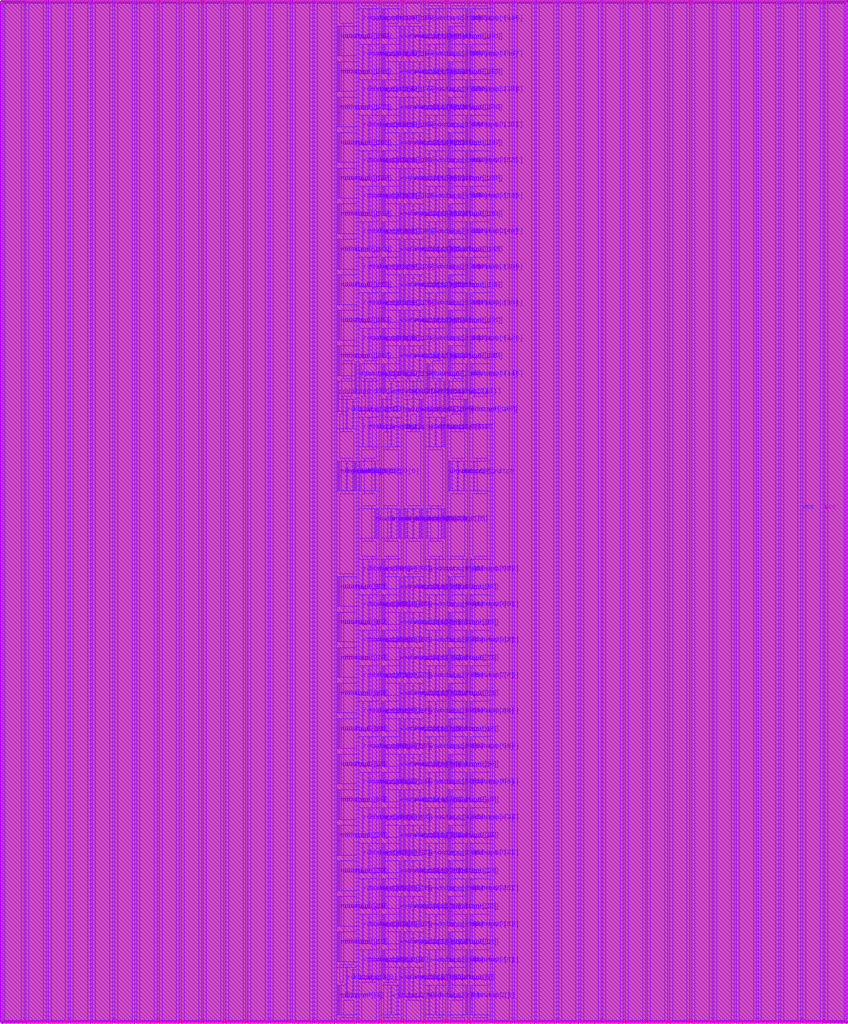
<source format=lef>
VERSION 5.8 ;
BUSBITCHARS "[]" ;
DIVIDERCHAR "/" ;

UNITS
  DATABASE MICRONS 4000 ;
END UNITS

PROPERTYDEFINITIONS
  MACRO hpml_layer STRING ;
  MACRO heml_layer STRING ;
END PROPERTYDEFINITIONS

MACRO arf192b080e1r1w0cbbehbaa4acw
  CLASS BLOCK ;
  FOREIGN arf192b080e1r1w0cbbehbaa4acw ;
  ORIGIN 0 0 ;
  SIZE 34.2 BY 41.28 ;
  PIN ckrdp0
    DIRECTION INPUT ;
    USE SIGNAL ;
    PORT
      LAYER m7 ;
        RECT 18.084 21.48 18.128 22.68 ;
    END
  END ckrdp0
  PIN ckwrp0
    DIRECTION INPUT ;
    USE SIGNAL ;
    PORT
      LAYER m7 ;
        RECT 15.084 19.56 15.128 20.76 ;
    END
  END ckwrp0
  PIN rdaddrp0[0]
    DIRECTION INPUT ;
    USE SIGNAL ;
    PORT
      LAYER m7 ;
        RECT 13.584 21.48 13.628 22.68 ;
    END
  END rdaddrp0[0]
  PIN rdaddrp0[1]
    DIRECTION INPUT ;
    USE SIGNAL ;
    PORT
      LAYER m7 ;
        RECT 13.672 21.48 13.716 22.68 ;
    END
  END rdaddrp0[1]
  PIN rdaddrp0[2]
    DIRECTION INPUT ;
    USE SIGNAL ;
    PORT
      LAYER m7 ;
        RECT 13.928 21.48 13.972 22.68 ;
    END
  END rdaddrp0[2]
  PIN rdaddrp0[3]
    DIRECTION INPUT ;
    USE SIGNAL ;
    PORT
      LAYER m7 ;
        RECT 14.184 21.48 14.228 22.68 ;
    END
  END rdaddrp0[3]
  PIN rdaddrp0[4]
    DIRECTION INPUT ;
    USE SIGNAL ;
    PORT
      LAYER m7 ;
        RECT 14.272 21.48 14.316 22.68 ;
    END
  END rdaddrp0[4]
  PIN rdaddrp0[5]
    DIRECTION INPUT ;
    USE SIGNAL ;
    PORT
      LAYER m7 ;
        RECT 14.484 21.48 14.528 22.68 ;
    END
  END rdaddrp0[5]
  PIN rdaddrp0[6]
    DIRECTION INPUT ;
    USE SIGNAL ;
    PORT
      LAYER m7 ;
        RECT 15.084 21.48 15.128 22.68 ;
    END
  END rdaddrp0[6]
  PIN rdaddrp0_fd
    DIRECTION INPUT ;
    USE SIGNAL ;
    PORT
      LAYER m7 ;
        RECT 18.172 21.48 18.216 22.68 ;
    END
  END rdaddrp0_fd
  PIN rdaddrp0_rd
    DIRECTION INPUT ;
    USE SIGNAL ;
    PORT
      LAYER m7 ;
        RECT 18.428 21.48 18.472 22.68 ;
    END
  END rdaddrp0_rd
  PIN rdenp0
    DIRECTION INPUT ;
    USE SIGNAL ;
    PORT
      LAYER m7 ;
        RECT 18.684 21.48 18.728 22.68 ;
    END
  END rdenp0
  PIN sdl_initp0
    DIRECTION INPUT ;
    USE SIGNAL ;
    PORT
      LAYER m7 ;
        RECT 19.072 21.48 19.116 22.68 ;
    END
  END sdl_initp0
  PIN wraddrp0[0]
    DIRECTION INPUT ;
    USE SIGNAL ;
    PORT
      LAYER m7 ;
        RECT 16.372 19.56 16.416 20.76 ;
    END
  END wraddrp0[0]
  PIN wraddrp0[1]
    DIRECTION INPUT ;
    USE SIGNAL ;
    PORT
      LAYER m7 ;
        RECT 16.628 19.56 16.672 20.76 ;
    END
  END wraddrp0[1]
  PIN wraddrp0[2]
    DIRECTION INPUT ;
    USE SIGNAL ;
    PORT
      LAYER m7 ;
        RECT 16.884 19.56 16.928 20.76 ;
    END
  END wraddrp0[2]
  PIN wraddrp0[3]
    DIRECTION INPUT ;
    USE SIGNAL ;
    PORT
      LAYER m7 ;
        RECT 16.972 19.56 17.016 20.76 ;
    END
  END wraddrp0[3]
  PIN wraddrp0[4]
    DIRECTION INPUT ;
    USE SIGNAL ;
    PORT
      LAYER m7 ;
        RECT 17.184 19.56 17.228 20.76 ;
    END
  END wraddrp0[4]
  PIN wraddrp0[5]
    DIRECTION INPUT ;
    USE SIGNAL ;
    PORT
      LAYER m7 ;
        RECT 17.784 19.56 17.828 20.76 ;
    END
  END wraddrp0[5]
  PIN wraddrp0[6]
    DIRECTION INPUT ;
    USE SIGNAL ;
    PORT
      LAYER m7 ;
        RECT 17.872 19.56 17.916 20.76 ;
    END
  END wraddrp0[6]
  PIN wraddrp0_fd
    DIRECTION INPUT ;
    USE SIGNAL ;
    PORT
      LAYER m7 ;
        RECT 15.172 19.56 15.216 20.76 ;
    END
  END wraddrp0_fd
  PIN wraddrp0_rd
    DIRECTION INPUT ;
    USE SIGNAL ;
    PORT
      LAYER m7 ;
        RECT 15.728 19.56 15.772 20.76 ;
    END
  END wraddrp0_rd
  PIN wrdatap0[0]
    DIRECTION INPUT ;
    USE SIGNAL ;
    PORT
      LAYER m7 ;
        RECT 15.728 0.24 15.772 1.44 ;
    END
  END wrdatap0[0]
  PIN wrdatap0[100]
    DIRECTION INPUT ;
    USE SIGNAL ;
    PORT
      LAYER m7 ;
        RECT 15.728 23.28 15.772 24.48 ;
    END
  END wrdatap0[100]
  PIN wrdatap0[101]
    DIRECTION INPUT ;
    USE SIGNAL ;
    PORT
      LAYER m7 ;
        RECT 15.984 23.28 16.028 24.48 ;
    END
  END wrdatap0[101]
  PIN wrdatap0[102]
    DIRECTION INPUT ;
    USE SIGNAL ;
    PORT
      LAYER m7 ;
        RECT 17.272 23.28 17.316 24.48 ;
    END
  END wrdatap0[102]
  PIN wrdatap0[103]
    DIRECTION INPUT ;
    USE SIGNAL ;
    PORT
      LAYER m7 ;
        RECT 17.528 23.28 17.572 24.48 ;
    END
  END wrdatap0[103]
  PIN wrdatap0[104]
    DIRECTION INPUT ;
    USE SIGNAL ;
    PORT
      LAYER m7 ;
        RECT 16.372 24 16.416 25.2 ;
    END
  END wrdatap0[104]
  PIN wrdatap0[105]
    DIRECTION INPUT ;
    USE SIGNAL ;
    PORT
      LAYER m7 ;
        RECT 15.384 24 15.428 25.2 ;
    END
  END wrdatap0[105]
  PIN wrdatap0[106]
    DIRECTION INPUT ;
    USE SIGNAL ;
    PORT
      LAYER m7 ;
        RECT 16.884 24 16.928 25.2 ;
    END
  END wrdatap0[106]
  PIN wrdatap0[107]
    DIRECTION INPUT ;
    USE SIGNAL ;
    PORT
      LAYER m7 ;
        RECT 16.972 24 17.016 25.2 ;
    END
  END wrdatap0[107]
  PIN wrdatap0[108]
    DIRECTION INPUT ;
    USE SIGNAL ;
    PORT
      LAYER m7 ;
        RECT 15.728 24.72 15.772 25.92 ;
    END
  END wrdatap0[108]
  PIN wrdatap0[109]
    DIRECTION INPUT ;
    USE SIGNAL ;
    PORT
      LAYER m7 ;
        RECT 15.984 24.72 16.028 25.92 ;
    END
  END wrdatap0[109]
  PIN wrdatap0[10]
    DIRECTION INPUT ;
    USE SIGNAL ;
    PORT
      LAYER m7 ;
        RECT 17.272 1.68 17.316 2.88 ;
    END
  END wrdatap0[10]
  PIN wrdatap0[110]
    DIRECTION INPUT ;
    USE SIGNAL ;
    PORT
      LAYER m7 ;
        RECT 17.528 24.72 17.572 25.92 ;
    END
  END wrdatap0[110]
  PIN wrdatap0[111]
    DIRECTION INPUT ;
    USE SIGNAL ;
    PORT
      LAYER m7 ;
        RECT 16.628 24.72 16.672 25.92 ;
    END
  END wrdatap0[111]
  PIN wrdatap0[112]
    DIRECTION INPUT ;
    USE SIGNAL ;
    PORT
      LAYER m7 ;
        RECT 15.384 25.44 15.428 26.64 ;
    END
  END wrdatap0[112]
  PIN wrdatap0[113]
    DIRECTION INPUT ;
    USE SIGNAL ;
    PORT
      LAYER m7 ;
        RECT 15.472 25.44 15.516 26.64 ;
    END
  END wrdatap0[113]
  PIN wrdatap0[114]
    DIRECTION INPUT ;
    USE SIGNAL ;
    PORT
      LAYER m7 ;
        RECT 17.184 25.44 17.228 26.64 ;
    END
  END wrdatap0[114]
  PIN wrdatap0[115]
    DIRECTION INPUT ;
    USE SIGNAL ;
    PORT
      LAYER m7 ;
        RECT 17.272 25.44 17.316 26.64 ;
    END
  END wrdatap0[115]
  PIN wrdatap0[116]
    DIRECTION INPUT ;
    USE SIGNAL ;
    PORT
      LAYER m7 ;
        RECT 16.072 26.16 16.116 27.36 ;
    END
  END wrdatap0[116]
  PIN wrdatap0[117]
    DIRECTION INPUT ;
    USE SIGNAL ;
    PORT
      LAYER m7 ;
        RECT 16.284 26.16 16.328 27.36 ;
    END
  END wrdatap0[117]
  PIN wrdatap0[118]
    DIRECTION INPUT ;
    USE SIGNAL ;
    PORT
      LAYER m7 ;
        RECT 16.628 26.16 16.672 27.36 ;
    END
  END wrdatap0[118]
  PIN wrdatap0[119]
    DIRECTION INPUT ;
    USE SIGNAL ;
    PORT
      LAYER m7 ;
        RECT 16.884 26.16 16.928 27.36 ;
    END
  END wrdatap0[119]
  PIN wrdatap0[11]
    DIRECTION INPUT ;
    USE SIGNAL ;
    PORT
      LAYER m7 ;
        RECT 17.528 1.68 17.572 2.88 ;
    END
  END wrdatap0[11]
  PIN wrdatap0[120]
    DIRECTION INPUT ;
    USE SIGNAL ;
    PORT
      LAYER m7 ;
        RECT 15.384 26.88 15.428 28.08 ;
    END
  END wrdatap0[120]
  PIN wrdatap0[121]
    DIRECTION INPUT ;
    USE SIGNAL ;
    PORT
      LAYER m7 ;
        RECT 15.472 26.88 15.516 28.08 ;
    END
  END wrdatap0[121]
  PIN wrdatap0[122]
    DIRECTION INPUT ;
    USE SIGNAL ;
    PORT
      LAYER m7 ;
        RECT 17.272 26.88 17.316 28.08 ;
    END
  END wrdatap0[122]
  PIN wrdatap0[123]
    DIRECTION INPUT ;
    USE SIGNAL ;
    PORT
      LAYER m7 ;
        RECT 17.528 26.88 17.572 28.08 ;
    END
  END wrdatap0[123]
  PIN wrdatap0[124]
    DIRECTION INPUT ;
    USE SIGNAL ;
    PORT
      LAYER m7 ;
        RECT 16.072 27.6 16.116 28.8 ;
    END
  END wrdatap0[124]
  PIN wrdatap0[125]
    DIRECTION INPUT ;
    USE SIGNAL ;
    PORT
      LAYER m7 ;
        RECT 16.284 27.6 16.328 28.8 ;
    END
  END wrdatap0[125]
  PIN wrdatap0[126]
    DIRECTION INPUT ;
    USE SIGNAL ;
    PORT
      LAYER m7 ;
        RECT 16.628 27.6 16.672 28.8 ;
    END
  END wrdatap0[126]
  PIN wrdatap0[127]
    DIRECTION INPUT ;
    USE SIGNAL ;
    PORT
      LAYER m7 ;
        RECT 16.884 27.6 16.928 28.8 ;
    END
  END wrdatap0[127]
  PIN wrdatap0[128]
    DIRECTION INPUT ;
    USE SIGNAL ;
    PORT
      LAYER m7 ;
        RECT 15.384 28.32 15.428 29.52 ;
    END
  END wrdatap0[128]
  PIN wrdatap0[129]
    DIRECTION INPUT ;
    USE SIGNAL ;
    PORT
      LAYER m7 ;
        RECT 15.472 28.32 15.516 29.52 ;
    END
  END wrdatap0[129]
  PIN wrdatap0[12]
    DIRECTION INPUT ;
    USE SIGNAL ;
    PORT
      LAYER m7 ;
        RECT 16.072 2.4 16.116 3.6 ;
    END
  END wrdatap0[12]
  PIN wrdatap0[130]
    DIRECTION INPUT ;
    USE SIGNAL ;
    PORT
      LAYER m7 ;
        RECT 17.272 28.32 17.316 29.52 ;
    END
  END wrdatap0[130]
  PIN wrdatap0[131]
    DIRECTION INPUT ;
    USE SIGNAL ;
    PORT
      LAYER m7 ;
        RECT 17.528 28.32 17.572 29.52 ;
    END
  END wrdatap0[131]
  PIN wrdatap0[132]
    DIRECTION INPUT ;
    USE SIGNAL ;
    PORT
      LAYER m7 ;
        RECT 16.072 29.04 16.116 30.24 ;
    END
  END wrdatap0[132]
  PIN wrdatap0[133]
    DIRECTION INPUT ;
    USE SIGNAL ;
    PORT
      LAYER m7 ;
        RECT 16.284 29.04 16.328 30.24 ;
    END
  END wrdatap0[133]
  PIN wrdatap0[134]
    DIRECTION INPUT ;
    USE SIGNAL ;
    PORT
      LAYER m7 ;
        RECT 16.628 29.04 16.672 30.24 ;
    END
  END wrdatap0[134]
  PIN wrdatap0[135]
    DIRECTION INPUT ;
    USE SIGNAL ;
    PORT
      LAYER m7 ;
        RECT 16.884 29.04 16.928 30.24 ;
    END
  END wrdatap0[135]
  PIN wrdatap0[136]
    DIRECTION INPUT ;
    USE SIGNAL ;
    PORT
      LAYER m7 ;
        RECT 15.384 29.76 15.428 30.96 ;
    END
  END wrdatap0[136]
  PIN wrdatap0[137]
    DIRECTION INPUT ;
    USE SIGNAL ;
    PORT
      LAYER m7 ;
        RECT 15.472 29.76 15.516 30.96 ;
    END
  END wrdatap0[137]
  PIN wrdatap0[138]
    DIRECTION INPUT ;
    USE SIGNAL ;
    PORT
      LAYER m7 ;
        RECT 17.272 29.76 17.316 30.96 ;
    END
  END wrdatap0[138]
  PIN wrdatap0[139]
    DIRECTION INPUT ;
    USE SIGNAL ;
    PORT
      LAYER m7 ;
        RECT 17.528 29.76 17.572 30.96 ;
    END
  END wrdatap0[139]
  PIN wrdatap0[13]
    DIRECTION INPUT ;
    USE SIGNAL ;
    PORT
      LAYER m7 ;
        RECT 16.284 2.4 16.328 3.6 ;
    END
  END wrdatap0[13]
  PIN wrdatap0[140]
    DIRECTION INPUT ;
    USE SIGNAL ;
    PORT
      LAYER m7 ;
        RECT 16.072 30.48 16.116 31.68 ;
    END
  END wrdatap0[140]
  PIN wrdatap0[141]
    DIRECTION INPUT ;
    USE SIGNAL ;
    PORT
      LAYER m7 ;
        RECT 16.284 30.48 16.328 31.68 ;
    END
  END wrdatap0[141]
  PIN wrdatap0[142]
    DIRECTION INPUT ;
    USE SIGNAL ;
    PORT
      LAYER m7 ;
        RECT 16.628 30.48 16.672 31.68 ;
    END
  END wrdatap0[142]
  PIN wrdatap0[143]
    DIRECTION INPUT ;
    USE SIGNAL ;
    PORT
      LAYER m7 ;
        RECT 16.884 30.48 16.928 31.68 ;
    END
  END wrdatap0[143]
  PIN wrdatap0[144]
    DIRECTION INPUT ;
    USE SIGNAL ;
    PORT
      LAYER m7 ;
        RECT 15.384 31.2 15.428 32.4 ;
    END
  END wrdatap0[144]
  PIN wrdatap0[145]
    DIRECTION INPUT ;
    USE SIGNAL ;
    PORT
      LAYER m7 ;
        RECT 15.472 31.2 15.516 32.4 ;
    END
  END wrdatap0[145]
  PIN wrdatap0[146]
    DIRECTION INPUT ;
    USE SIGNAL ;
    PORT
      LAYER m7 ;
        RECT 17.272 31.2 17.316 32.4 ;
    END
  END wrdatap0[146]
  PIN wrdatap0[147]
    DIRECTION INPUT ;
    USE SIGNAL ;
    PORT
      LAYER m7 ;
        RECT 17.528 31.2 17.572 32.4 ;
    END
  END wrdatap0[147]
  PIN wrdatap0[148]
    DIRECTION INPUT ;
    USE SIGNAL ;
    PORT
      LAYER m7 ;
        RECT 16.072 31.92 16.116 33.12 ;
    END
  END wrdatap0[148]
  PIN wrdatap0[149]
    DIRECTION INPUT ;
    USE SIGNAL ;
    PORT
      LAYER m7 ;
        RECT 16.284 31.92 16.328 33.12 ;
    END
  END wrdatap0[149]
  PIN wrdatap0[14]
    DIRECTION INPUT ;
    USE SIGNAL ;
    PORT
      LAYER m7 ;
        RECT 16.628 2.4 16.672 3.6 ;
    END
  END wrdatap0[14]
  PIN wrdatap0[150]
    DIRECTION INPUT ;
    USE SIGNAL ;
    PORT
      LAYER m7 ;
        RECT 16.628 31.92 16.672 33.12 ;
    END
  END wrdatap0[150]
  PIN wrdatap0[151]
    DIRECTION INPUT ;
    USE SIGNAL ;
    PORT
      LAYER m7 ;
        RECT 16.884 31.92 16.928 33.12 ;
    END
  END wrdatap0[151]
  PIN wrdatap0[152]
    DIRECTION INPUT ;
    USE SIGNAL ;
    PORT
      LAYER m7 ;
        RECT 15.384 32.64 15.428 33.84 ;
    END
  END wrdatap0[152]
  PIN wrdatap0[153]
    DIRECTION INPUT ;
    USE SIGNAL ;
    PORT
      LAYER m7 ;
        RECT 15.472 32.64 15.516 33.84 ;
    END
  END wrdatap0[153]
  PIN wrdatap0[154]
    DIRECTION INPUT ;
    USE SIGNAL ;
    PORT
      LAYER m7 ;
        RECT 17.272 32.64 17.316 33.84 ;
    END
  END wrdatap0[154]
  PIN wrdatap0[155]
    DIRECTION INPUT ;
    USE SIGNAL ;
    PORT
      LAYER m7 ;
        RECT 17.528 32.64 17.572 33.84 ;
    END
  END wrdatap0[155]
  PIN wrdatap0[156]
    DIRECTION INPUT ;
    USE SIGNAL ;
    PORT
      LAYER m7 ;
        RECT 16.072 33.36 16.116 34.56 ;
    END
  END wrdatap0[156]
  PIN wrdatap0[157]
    DIRECTION INPUT ;
    USE SIGNAL ;
    PORT
      LAYER m7 ;
        RECT 16.284 33.36 16.328 34.56 ;
    END
  END wrdatap0[157]
  PIN wrdatap0[158]
    DIRECTION INPUT ;
    USE SIGNAL ;
    PORT
      LAYER m7 ;
        RECT 16.628 33.36 16.672 34.56 ;
    END
  END wrdatap0[158]
  PIN wrdatap0[159]
    DIRECTION INPUT ;
    USE SIGNAL ;
    PORT
      LAYER m7 ;
        RECT 16.884 33.36 16.928 34.56 ;
    END
  END wrdatap0[159]
  PIN wrdatap0[15]
    DIRECTION INPUT ;
    USE SIGNAL ;
    PORT
      LAYER m7 ;
        RECT 16.884 2.4 16.928 3.6 ;
    END
  END wrdatap0[15]
  PIN wrdatap0[160]
    DIRECTION INPUT ;
    USE SIGNAL ;
    PORT
      LAYER m7 ;
        RECT 15.384 34.08 15.428 35.28 ;
    END
  END wrdatap0[160]
  PIN wrdatap0[161]
    DIRECTION INPUT ;
    USE SIGNAL ;
    PORT
      LAYER m7 ;
        RECT 15.472 34.08 15.516 35.28 ;
    END
  END wrdatap0[161]
  PIN wrdatap0[162]
    DIRECTION INPUT ;
    USE SIGNAL ;
    PORT
      LAYER m7 ;
        RECT 17.272 34.08 17.316 35.28 ;
    END
  END wrdatap0[162]
  PIN wrdatap0[163]
    DIRECTION INPUT ;
    USE SIGNAL ;
    PORT
      LAYER m7 ;
        RECT 17.528 34.08 17.572 35.28 ;
    END
  END wrdatap0[163]
  PIN wrdatap0[164]
    DIRECTION INPUT ;
    USE SIGNAL ;
    PORT
      LAYER m7 ;
        RECT 16.072 34.8 16.116 36 ;
    END
  END wrdatap0[164]
  PIN wrdatap0[165]
    DIRECTION INPUT ;
    USE SIGNAL ;
    PORT
      LAYER m7 ;
        RECT 16.284 34.8 16.328 36 ;
    END
  END wrdatap0[165]
  PIN wrdatap0[166]
    DIRECTION INPUT ;
    USE SIGNAL ;
    PORT
      LAYER m7 ;
        RECT 16.628 34.8 16.672 36 ;
    END
  END wrdatap0[166]
  PIN wrdatap0[167]
    DIRECTION INPUT ;
    USE SIGNAL ;
    PORT
      LAYER m7 ;
        RECT 16.884 34.8 16.928 36 ;
    END
  END wrdatap0[167]
  PIN wrdatap0[168]
    DIRECTION INPUT ;
    USE SIGNAL ;
    PORT
      LAYER m7 ;
        RECT 15.384 35.52 15.428 36.72 ;
    END
  END wrdatap0[168]
  PIN wrdatap0[169]
    DIRECTION INPUT ;
    USE SIGNAL ;
    PORT
      LAYER m7 ;
        RECT 15.472 35.52 15.516 36.72 ;
    END
  END wrdatap0[169]
  PIN wrdatap0[16]
    DIRECTION INPUT ;
    USE SIGNAL ;
    PORT
      LAYER m7 ;
        RECT 15.384 3.12 15.428 4.32 ;
    END
  END wrdatap0[16]
  PIN wrdatap0[170]
    DIRECTION INPUT ;
    USE SIGNAL ;
    PORT
      LAYER m7 ;
        RECT 17.272 35.52 17.316 36.72 ;
    END
  END wrdatap0[170]
  PIN wrdatap0[171]
    DIRECTION INPUT ;
    USE SIGNAL ;
    PORT
      LAYER m7 ;
        RECT 17.528 35.52 17.572 36.72 ;
    END
  END wrdatap0[171]
  PIN wrdatap0[172]
    DIRECTION INPUT ;
    USE SIGNAL ;
    PORT
      LAYER m7 ;
        RECT 16.072 36.24 16.116 37.44 ;
    END
  END wrdatap0[172]
  PIN wrdatap0[173]
    DIRECTION INPUT ;
    USE SIGNAL ;
    PORT
      LAYER m7 ;
        RECT 16.284 36.24 16.328 37.44 ;
    END
  END wrdatap0[173]
  PIN wrdatap0[174]
    DIRECTION INPUT ;
    USE SIGNAL ;
    PORT
      LAYER m7 ;
        RECT 16.628 36.24 16.672 37.44 ;
    END
  END wrdatap0[174]
  PIN wrdatap0[175]
    DIRECTION INPUT ;
    USE SIGNAL ;
    PORT
      LAYER m7 ;
        RECT 16.884 36.24 16.928 37.44 ;
    END
  END wrdatap0[175]
  PIN wrdatap0[176]
    DIRECTION INPUT ;
    USE SIGNAL ;
    PORT
      LAYER m7 ;
        RECT 15.384 36.96 15.428 38.16 ;
    END
  END wrdatap0[176]
  PIN wrdatap0[177]
    DIRECTION INPUT ;
    USE SIGNAL ;
    PORT
      LAYER m7 ;
        RECT 15.472 36.96 15.516 38.16 ;
    END
  END wrdatap0[177]
  PIN wrdatap0[178]
    DIRECTION INPUT ;
    USE SIGNAL ;
    PORT
      LAYER m7 ;
        RECT 17.272 36.96 17.316 38.16 ;
    END
  END wrdatap0[178]
  PIN wrdatap0[179]
    DIRECTION INPUT ;
    USE SIGNAL ;
    PORT
      LAYER m7 ;
        RECT 17.528 36.96 17.572 38.16 ;
    END
  END wrdatap0[179]
  PIN wrdatap0[17]
    DIRECTION INPUT ;
    USE SIGNAL ;
    PORT
      LAYER m7 ;
        RECT 15.472 3.12 15.516 4.32 ;
    END
  END wrdatap0[17]
  PIN wrdatap0[180]
    DIRECTION INPUT ;
    USE SIGNAL ;
    PORT
      LAYER m7 ;
        RECT 16.072 37.68 16.116 38.88 ;
    END
  END wrdatap0[180]
  PIN wrdatap0[181]
    DIRECTION INPUT ;
    USE SIGNAL ;
    PORT
      LAYER m7 ;
        RECT 16.284 37.68 16.328 38.88 ;
    END
  END wrdatap0[181]
  PIN wrdatap0[182]
    DIRECTION INPUT ;
    USE SIGNAL ;
    PORT
      LAYER m7 ;
        RECT 16.628 37.68 16.672 38.88 ;
    END
  END wrdatap0[182]
  PIN wrdatap0[183]
    DIRECTION INPUT ;
    USE SIGNAL ;
    PORT
      LAYER m7 ;
        RECT 16.884 37.68 16.928 38.88 ;
    END
  END wrdatap0[183]
  PIN wrdatap0[184]
    DIRECTION INPUT ;
    USE SIGNAL ;
    PORT
      LAYER m7 ;
        RECT 15.384 38.4 15.428 39.6 ;
    END
  END wrdatap0[184]
  PIN wrdatap0[185]
    DIRECTION INPUT ;
    USE SIGNAL ;
    PORT
      LAYER m7 ;
        RECT 15.472 38.4 15.516 39.6 ;
    END
  END wrdatap0[185]
  PIN wrdatap0[186]
    DIRECTION INPUT ;
    USE SIGNAL ;
    PORT
      LAYER m7 ;
        RECT 17.272 38.4 17.316 39.6 ;
    END
  END wrdatap0[186]
  PIN wrdatap0[187]
    DIRECTION INPUT ;
    USE SIGNAL ;
    PORT
      LAYER m7 ;
        RECT 17.528 38.4 17.572 39.6 ;
    END
  END wrdatap0[187]
  PIN wrdatap0[188]
    DIRECTION INPUT ;
    USE SIGNAL ;
    PORT
      LAYER m7 ;
        RECT 16.072 39.12 16.116 40.32 ;
    END
  END wrdatap0[188]
  PIN wrdatap0[189]
    DIRECTION INPUT ;
    USE SIGNAL ;
    PORT
      LAYER m7 ;
        RECT 16.284 39.12 16.328 40.32 ;
    END
  END wrdatap0[189]
  PIN wrdatap0[18]
    DIRECTION INPUT ;
    USE SIGNAL ;
    PORT
      LAYER m7 ;
        RECT 17.272 3.12 17.316 4.32 ;
    END
  END wrdatap0[18]
  PIN wrdatap0[190]
    DIRECTION INPUT ;
    USE SIGNAL ;
    PORT
      LAYER m7 ;
        RECT 16.628 39.12 16.672 40.32 ;
    END
  END wrdatap0[190]
  PIN wrdatap0[191]
    DIRECTION INPUT ;
    USE SIGNAL ;
    PORT
      LAYER m7 ;
        RECT 16.884 39.12 16.928 40.32 ;
    END
  END wrdatap0[191]
  PIN wrdatap0[192]
    DIRECTION INPUT ;
    USE SIGNAL ;
    PORT
      LAYER m7 ;
        RECT 15.384 39.84 15.428 41.04 ;
    END
  END wrdatap0[192]
  PIN wrdatap0[193]
    DIRECTION INPUT ;
    USE SIGNAL ;
    PORT
      LAYER m7 ;
        RECT 15.472 39.84 15.516 41.04 ;
    END
  END wrdatap0[193]
  PIN wrdatap0[194]
    DIRECTION INPUT ;
    USE SIGNAL ;
    PORT
      LAYER m7 ;
        RECT 17.272 39.84 17.316 41.04 ;
    END
  END wrdatap0[194]
  PIN wrdatap0[195]
    DIRECTION INPUT ;
    USE SIGNAL ;
    PORT
      LAYER m7 ;
        RECT 17.528 39.84 17.572 41.04 ;
    END
  END wrdatap0[195]
  PIN wrdatap0[19]
    DIRECTION INPUT ;
    USE SIGNAL ;
    PORT
      LAYER m7 ;
        RECT 17.528 3.12 17.572 4.32 ;
    END
  END wrdatap0[19]
  PIN wrdatap0[1]
    DIRECTION INPUT ;
    USE SIGNAL ;
    PORT
      LAYER m7 ;
        RECT 15.984 0.24 16.028 1.44 ;
    END
  END wrdatap0[1]
  PIN wrdatap0[20]
    DIRECTION INPUT ;
    USE SIGNAL ;
    PORT
      LAYER m7 ;
        RECT 16.072 3.84 16.116 5.04 ;
    END
  END wrdatap0[20]
  PIN wrdatap0[21]
    DIRECTION INPUT ;
    USE SIGNAL ;
    PORT
      LAYER m7 ;
        RECT 16.284 3.84 16.328 5.04 ;
    END
  END wrdatap0[21]
  PIN wrdatap0[22]
    DIRECTION INPUT ;
    USE SIGNAL ;
    PORT
      LAYER m7 ;
        RECT 16.628 3.84 16.672 5.04 ;
    END
  END wrdatap0[22]
  PIN wrdatap0[23]
    DIRECTION INPUT ;
    USE SIGNAL ;
    PORT
      LAYER m7 ;
        RECT 16.884 3.84 16.928 5.04 ;
    END
  END wrdatap0[23]
  PIN wrdatap0[24]
    DIRECTION INPUT ;
    USE SIGNAL ;
    PORT
      LAYER m7 ;
        RECT 15.384 4.56 15.428 5.76 ;
    END
  END wrdatap0[24]
  PIN wrdatap0[25]
    DIRECTION INPUT ;
    USE SIGNAL ;
    PORT
      LAYER m7 ;
        RECT 15.472 4.56 15.516 5.76 ;
    END
  END wrdatap0[25]
  PIN wrdatap0[26]
    DIRECTION INPUT ;
    USE SIGNAL ;
    PORT
      LAYER m7 ;
        RECT 17.272 4.56 17.316 5.76 ;
    END
  END wrdatap0[26]
  PIN wrdatap0[27]
    DIRECTION INPUT ;
    USE SIGNAL ;
    PORT
      LAYER m7 ;
        RECT 17.528 4.56 17.572 5.76 ;
    END
  END wrdatap0[27]
  PIN wrdatap0[28]
    DIRECTION INPUT ;
    USE SIGNAL ;
    PORT
      LAYER m7 ;
        RECT 16.072 5.28 16.116 6.48 ;
    END
  END wrdatap0[28]
  PIN wrdatap0[29]
    DIRECTION INPUT ;
    USE SIGNAL ;
    PORT
      LAYER m7 ;
        RECT 16.284 5.28 16.328 6.48 ;
    END
  END wrdatap0[29]
  PIN wrdatap0[2]
    DIRECTION INPUT ;
    USE SIGNAL ;
    PORT
      LAYER m7 ;
        RECT 17.272 0.24 17.316 1.44 ;
    END
  END wrdatap0[2]
  PIN wrdatap0[30]
    DIRECTION INPUT ;
    USE SIGNAL ;
    PORT
      LAYER m7 ;
        RECT 16.628 5.28 16.672 6.48 ;
    END
  END wrdatap0[30]
  PIN wrdatap0[31]
    DIRECTION INPUT ;
    USE SIGNAL ;
    PORT
      LAYER m7 ;
        RECT 16.884 5.28 16.928 6.48 ;
    END
  END wrdatap0[31]
  PIN wrdatap0[32]
    DIRECTION INPUT ;
    USE SIGNAL ;
    PORT
      LAYER m7 ;
        RECT 15.384 6 15.428 7.2 ;
    END
  END wrdatap0[32]
  PIN wrdatap0[33]
    DIRECTION INPUT ;
    USE SIGNAL ;
    PORT
      LAYER m7 ;
        RECT 15.472 6 15.516 7.2 ;
    END
  END wrdatap0[33]
  PIN wrdatap0[34]
    DIRECTION INPUT ;
    USE SIGNAL ;
    PORT
      LAYER m7 ;
        RECT 17.272 6 17.316 7.2 ;
    END
  END wrdatap0[34]
  PIN wrdatap0[35]
    DIRECTION INPUT ;
    USE SIGNAL ;
    PORT
      LAYER m7 ;
        RECT 17.528 6 17.572 7.2 ;
    END
  END wrdatap0[35]
  PIN wrdatap0[36]
    DIRECTION INPUT ;
    USE SIGNAL ;
    PORT
      LAYER m7 ;
        RECT 16.072 6.72 16.116 7.92 ;
    END
  END wrdatap0[36]
  PIN wrdatap0[37]
    DIRECTION INPUT ;
    USE SIGNAL ;
    PORT
      LAYER m7 ;
        RECT 16.284 6.72 16.328 7.92 ;
    END
  END wrdatap0[37]
  PIN wrdatap0[38]
    DIRECTION INPUT ;
    USE SIGNAL ;
    PORT
      LAYER m7 ;
        RECT 16.628 6.72 16.672 7.92 ;
    END
  END wrdatap0[38]
  PIN wrdatap0[39]
    DIRECTION INPUT ;
    USE SIGNAL ;
    PORT
      LAYER m7 ;
        RECT 16.884 6.72 16.928 7.92 ;
    END
  END wrdatap0[39]
  PIN wrdatap0[3]
    DIRECTION INPUT ;
    USE SIGNAL ;
    PORT
      LAYER m7 ;
        RECT 17.528 0.24 17.572 1.44 ;
    END
  END wrdatap0[3]
  PIN wrdatap0[40]
    DIRECTION INPUT ;
    USE SIGNAL ;
    PORT
      LAYER m7 ;
        RECT 15.384 7.44 15.428 8.64 ;
    END
  END wrdatap0[40]
  PIN wrdatap0[41]
    DIRECTION INPUT ;
    USE SIGNAL ;
    PORT
      LAYER m7 ;
        RECT 15.472 7.44 15.516 8.64 ;
    END
  END wrdatap0[41]
  PIN wrdatap0[42]
    DIRECTION INPUT ;
    USE SIGNAL ;
    PORT
      LAYER m7 ;
        RECT 17.272 7.44 17.316 8.64 ;
    END
  END wrdatap0[42]
  PIN wrdatap0[43]
    DIRECTION INPUT ;
    USE SIGNAL ;
    PORT
      LAYER m7 ;
        RECT 17.528 7.44 17.572 8.64 ;
    END
  END wrdatap0[43]
  PIN wrdatap0[44]
    DIRECTION INPUT ;
    USE SIGNAL ;
    PORT
      LAYER m7 ;
        RECT 16.072 8.16 16.116 9.36 ;
    END
  END wrdatap0[44]
  PIN wrdatap0[45]
    DIRECTION INPUT ;
    USE SIGNAL ;
    PORT
      LAYER m7 ;
        RECT 16.284 8.16 16.328 9.36 ;
    END
  END wrdatap0[45]
  PIN wrdatap0[46]
    DIRECTION INPUT ;
    USE SIGNAL ;
    PORT
      LAYER m7 ;
        RECT 16.628 8.16 16.672 9.36 ;
    END
  END wrdatap0[46]
  PIN wrdatap0[47]
    DIRECTION INPUT ;
    USE SIGNAL ;
    PORT
      LAYER m7 ;
        RECT 16.884 8.16 16.928 9.36 ;
    END
  END wrdatap0[47]
  PIN wrdatap0[48]
    DIRECTION INPUT ;
    USE SIGNAL ;
    PORT
      LAYER m7 ;
        RECT 15.384 8.88 15.428 10.08 ;
    END
  END wrdatap0[48]
  PIN wrdatap0[49]
    DIRECTION INPUT ;
    USE SIGNAL ;
    PORT
      LAYER m7 ;
        RECT 15.472 8.88 15.516 10.08 ;
    END
  END wrdatap0[49]
  PIN wrdatap0[4]
    DIRECTION INPUT ;
    USE SIGNAL ;
    PORT
      LAYER m7 ;
        RECT 16.072 0.96 16.116 2.16 ;
    END
  END wrdatap0[4]
  PIN wrdatap0[50]
    DIRECTION INPUT ;
    USE SIGNAL ;
    PORT
      LAYER m7 ;
        RECT 17.272 8.88 17.316 10.08 ;
    END
  END wrdatap0[50]
  PIN wrdatap0[51]
    DIRECTION INPUT ;
    USE SIGNAL ;
    PORT
      LAYER m7 ;
        RECT 17.528 8.88 17.572 10.08 ;
    END
  END wrdatap0[51]
  PIN wrdatap0[52]
    DIRECTION INPUT ;
    USE SIGNAL ;
    PORT
      LAYER m7 ;
        RECT 16.072 9.6 16.116 10.8 ;
    END
  END wrdatap0[52]
  PIN wrdatap0[53]
    DIRECTION INPUT ;
    USE SIGNAL ;
    PORT
      LAYER m7 ;
        RECT 16.284 9.6 16.328 10.8 ;
    END
  END wrdatap0[53]
  PIN wrdatap0[54]
    DIRECTION INPUT ;
    USE SIGNAL ;
    PORT
      LAYER m7 ;
        RECT 16.628 9.6 16.672 10.8 ;
    END
  END wrdatap0[54]
  PIN wrdatap0[55]
    DIRECTION INPUT ;
    USE SIGNAL ;
    PORT
      LAYER m7 ;
        RECT 16.884 9.6 16.928 10.8 ;
    END
  END wrdatap0[55]
  PIN wrdatap0[56]
    DIRECTION INPUT ;
    USE SIGNAL ;
    PORT
      LAYER m7 ;
        RECT 15.384 10.32 15.428 11.52 ;
    END
  END wrdatap0[56]
  PIN wrdatap0[57]
    DIRECTION INPUT ;
    USE SIGNAL ;
    PORT
      LAYER m7 ;
        RECT 15.472 10.32 15.516 11.52 ;
    END
  END wrdatap0[57]
  PIN wrdatap0[58]
    DIRECTION INPUT ;
    USE SIGNAL ;
    PORT
      LAYER m7 ;
        RECT 17.272 10.32 17.316 11.52 ;
    END
  END wrdatap0[58]
  PIN wrdatap0[59]
    DIRECTION INPUT ;
    USE SIGNAL ;
    PORT
      LAYER m7 ;
        RECT 17.528 10.32 17.572 11.52 ;
    END
  END wrdatap0[59]
  PIN wrdatap0[5]
    DIRECTION INPUT ;
    USE SIGNAL ;
    PORT
      LAYER m7 ;
        RECT 16.284 0.96 16.328 2.16 ;
    END
  END wrdatap0[5]
  PIN wrdatap0[60]
    DIRECTION INPUT ;
    USE SIGNAL ;
    PORT
      LAYER m7 ;
        RECT 16.072 11.04 16.116 12.24 ;
    END
  END wrdatap0[60]
  PIN wrdatap0[61]
    DIRECTION INPUT ;
    USE SIGNAL ;
    PORT
      LAYER m7 ;
        RECT 16.284 11.04 16.328 12.24 ;
    END
  END wrdatap0[61]
  PIN wrdatap0[62]
    DIRECTION INPUT ;
    USE SIGNAL ;
    PORT
      LAYER m7 ;
        RECT 16.628 11.04 16.672 12.24 ;
    END
  END wrdatap0[62]
  PIN wrdatap0[63]
    DIRECTION INPUT ;
    USE SIGNAL ;
    PORT
      LAYER m7 ;
        RECT 16.884 11.04 16.928 12.24 ;
    END
  END wrdatap0[63]
  PIN wrdatap0[64]
    DIRECTION INPUT ;
    USE SIGNAL ;
    PORT
      LAYER m7 ;
        RECT 15.384 11.76 15.428 12.96 ;
    END
  END wrdatap0[64]
  PIN wrdatap0[65]
    DIRECTION INPUT ;
    USE SIGNAL ;
    PORT
      LAYER m7 ;
        RECT 15.472 11.76 15.516 12.96 ;
    END
  END wrdatap0[65]
  PIN wrdatap0[66]
    DIRECTION INPUT ;
    USE SIGNAL ;
    PORT
      LAYER m7 ;
        RECT 17.272 11.76 17.316 12.96 ;
    END
  END wrdatap0[66]
  PIN wrdatap0[67]
    DIRECTION INPUT ;
    USE SIGNAL ;
    PORT
      LAYER m7 ;
        RECT 17.528 11.76 17.572 12.96 ;
    END
  END wrdatap0[67]
  PIN wrdatap0[68]
    DIRECTION INPUT ;
    USE SIGNAL ;
    PORT
      LAYER m7 ;
        RECT 16.072 12.48 16.116 13.68 ;
    END
  END wrdatap0[68]
  PIN wrdatap0[69]
    DIRECTION INPUT ;
    USE SIGNAL ;
    PORT
      LAYER m7 ;
        RECT 16.284 12.48 16.328 13.68 ;
    END
  END wrdatap0[69]
  PIN wrdatap0[6]
    DIRECTION INPUT ;
    USE SIGNAL ;
    PORT
      LAYER m7 ;
        RECT 16.628 0.96 16.672 2.16 ;
    END
  END wrdatap0[6]
  PIN wrdatap0[70]
    DIRECTION INPUT ;
    USE SIGNAL ;
    PORT
      LAYER m7 ;
        RECT 16.628 12.48 16.672 13.68 ;
    END
  END wrdatap0[70]
  PIN wrdatap0[71]
    DIRECTION INPUT ;
    USE SIGNAL ;
    PORT
      LAYER m7 ;
        RECT 16.884 12.48 16.928 13.68 ;
    END
  END wrdatap0[71]
  PIN wrdatap0[72]
    DIRECTION INPUT ;
    USE SIGNAL ;
    PORT
      LAYER m7 ;
        RECT 15.384 13.2 15.428 14.4 ;
    END
  END wrdatap0[72]
  PIN wrdatap0[73]
    DIRECTION INPUT ;
    USE SIGNAL ;
    PORT
      LAYER m7 ;
        RECT 15.472 13.2 15.516 14.4 ;
    END
  END wrdatap0[73]
  PIN wrdatap0[74]
    DIRECTION INPUT ;
    USE SIGNAL ;
    PORT
      LAYER m7 ;
        RECT 17.272 13.2 17.316 14.4 ;
    END
  END wrdatap0[74]
  PIN wrdatap0[75]
    DIRECTION INPUT ;
    USE SIGNAL ;
    PORT
      LAYER m7 ;
        RECT 17.528 13.2 17.572 14.4 ;
    END
  END wrdatap0[75]
  PIN wrdatap0[76]
    DIRECTION INPUT ;
    USE SIGNAL ;
    PORT
      LAYER m7 ;
        RECT 16.072 13.92 16.116 15.12 ;
    END
  END wrdatap0[76]
  PIN wrdatap0[77]
    DIRECTION INPUT ;
    USE SIGNAL ;
    PORT
      LAYER m7 ;
        RECT 16.284 13.92 16.328 15.12 ;
    END
  END wrdatap0[77]
  PIN wrdatap0[78]
    DIRECTION INPUT ;
    USE SIGNAL ;
    PORT
      LAYER m7 ;
        RECT 16.628 13.92 16.672 15.12 ;
    END
  END wrdatap0[78]
  PIN wrdatap0[79]
    DIRECTION INPUT ;
    USE SIGNAL ;
    PORT
      LAYER m7 ;
        RECT 16.884 13.92 16.928 15.12 ;
    END
  END wrdatap0[79]
  PIN wrdatap0[7]
    DIRECTION INPUT ;
    USE SIGNAL ;
    PORT
      LAYER m7 ;
        RECT 16.884 0.96 16.928 2.16 ;
    END
  END wrdatap0[7]
  PIN wrdatap0[80]
    DIRECTION INPUT ;
    USE SIGNAL ;
    PORT
      LAYER m7 ;
        RECT 15.384 14.64 15.428 15.84 ;
    END
  END wrdatap0[80]
  PIN wrdatap0[81]
    DIRECTION INPUT ;
    USE SIGNAL ;
    PORT
      LAYER m7 ;
        RECT 15.472 14.64 15.516 15.84 ;
    END
  END wrdatap0[81]
  PIN wrdatap0[82]
    DIRECTION INPUT ;
    USE SIGNAL ;
    PORT
      LAYER m7 ;
        RECT 17.272 14.64 17.316 15.84 ;
    END
  END wrdatap0[82]
  PIN wrdatap0[83]
    DIRECTION INPUT ;
    USE SIGNAL ;
    PORT
      LAYER m7 ;
        RECT 17.528 14.64 17.572 15.84 ;
    END
  END wrdatap0[83]
  PIN wrdatap0[84]
    DIRECTION INPUT ;
    USE SIGNAL ;
    PORT
      LAYER m7 ;
        RECT 16.072 15.36 16.116 16.56 ;
    END
  END wrdatap0[84]
  PIN wrdatap0[85]
    DIRECTION INPUT ;
    USE SIGNAL ;
    PORT
      LAYER m7 ;
        RECT 16.284 15.36 16.328 16.56 ;
    END
  END wrdatap0[85]
  PIN wrdatap0[86]
    DIRECTION INPUT ;
    USE SIGNAL ;
    PORT
      LAYER m7 ;
        RECT 16.628 15.36 16.672 16.56 ;
    END
  END wrdatap0[86]
  PIN wrdatap0[87]
    DIRECTION INPUT ;
    USE SIGNAL ;
    PORT
      LAYER m7 ;
        RECT 16.884 15.36 16.928 16.56 ;
    END
  END wrdatap0[87]
  PIN wrdatap0[88]
    DIRECTION INPUT ;
    USE SIGNAL ;
    PORT
      LAYER m7 ;
        RECT 15.384 16.08 15.428 17.28 ;
    END
  END wrdatap0[88]
  PIN wrdatap0[89]
    DIRECTION INPUT ;
    USE SIGNAL ;
    PORT
      LAYER m7 ;
        RECT 15.472 16.08 15.516 17.28 ;
    END
  END wrdatap0[89]
  PIN wrdatap0[8]
    DIRECTION INPUT ;
    USE SIGNAL ;
    PORT
      LAYER m7 ;
        RECT 15.384 1.68 15.428 2.88 ;
    END
  END wrdatap0[8]
  PIN wrdatap0[90]
    DIRECTION INPUT ;
    USE SIGNAL ;
    PORT
      LAYER m7 ;
        RECT 17.272 16.08 17.316 17.28 ;
    END
  END wrdatap0[90]
  PIN wrdatap0[91]
    DIRECTION INPUT ;
    USE SIGNAL ;
    PORT
      LAYER m7 ;
        RECT 17.528 16.08 17.572 17.28 ;
    END
  END wrdatap0[91]
  PIN wrdatap0[92]
    DIRECTION INPUT ;
    USE SIGNAL ;
    PORT
      LAYER m7 ;
        RECT 16.072 16.8 16.116 18 ;
    END
  END wrdatap0[92]
  PIN wrdatap0[93]
    DIRECTION INPUT ;
    USE SIGNAL ;
    PORT
      LAYER m7 ;
        RECT 16.284 16.8 16.328 18 ;
    END
  END wrdatap0[93]
  PIN wrdatap0[94]
    DIRECTION INPUT ;
    USE SIGNAL ;
    PORT
      LAYER m7 ;
        RECT 16.628 16.8 16.672 18 ;
    END
  END wrdatap0[94]
  PIN wrdatap0[95]
    DIRECTION INPUT ;
    USE SIGNAL ;
    PORT
      LAYER m7 ;
        RECT 16.884 16.8 16.928 18 ;
    END
  END wrdatap0[95]
  PIN wrdatap0[96]
    DIRECTION INPUT ;
    USE SIGNAL ;
    PORT
      LAYER m7 ;
        RECT 15.384 17.52 15.428 18.72 ;
    END
  END wrdatap0[96]
  PIN wrdatap0[97]
    DIRECTION INPUT ;
    USE SIGNAL ;
    PORT
      LAYER m7 ;
        RECT 15.472 17.52 15.516 18.72 ;
    END
  END wrdatap0[97]
  PIN wrdatap0[98]
    DIRECTION INPUT ;
    USE SIGNAL ;
    PORT
      LAYER m7 ;
        RECT 17.272 17.52 17.316 18.72 ;
    END
  END wrdatap0[98]
  PIN wrdatap0[99]
    DIRECTION INPUT ;
    USE SIGNAL ;
    PORT
      LAYER m7 ;
        RECT 17.528 17.52 17.572 18.72 ;
    END
  END wrdatap0[99]
  PIN wrdatap0[9]
    DIRECTION INPUT ;
    USE SIGNAL ;
    PORT
      LAYER m7 ;
        RECT 15.472 1.68 15.516 2.88 ;
    END
  END wrdatap0[9]
  PIN wrdatap0_fd
    DIRECTION INPUT ;
    USE SIGNAL ;
    PORT
      LAYER m7 ;
        RECT 16.072 19.56 16.116 20.76 ;
    END
  END wrdatap0_fd
  PIN wrdatap0_rd
    DIRECTION INPUT ;
    USE SIGNAL ;
    PORT
      LAYER m7 ;
        RECT 16.284 19.56 16.328 20.76 ;
    END
  END wrdatap0_rd
  PIN wrenp0
    DIRECTION INPUT ;
    USE SIGNAL ;
    PORT
      LAYER m7 ;
        RECT 15.984 19.56 16.028 20.76 ;
    END
  END wrenp0
  PIN rddatap0[0]
    DIRECTION OUTPUT ;
    USE SIGNAL ;
    PORT
      LAYER m7 ;
        RECT 13.584 0.24 13.628 1.44 ;
    END
  END rddatap0[0]
  PIN rddatap0[100]
    DIRECTION OUTPUT ;
    USE SIGNAL ;
    PORT
      LAYER m7 ;
        RECT 14.572 23.28 14.616 24.48 ;
    END
  END rddatap0[100]
  PIN rddatap0[101]
    DIRECTION OUTPUT ;
    USE SIGNAL ;
    PORT
      LAYER m7 ;
        RECT 14.828 23.28 14.872 24.48 ;
    END
  END rddatap0[101]
  PIN rddatap0[102]
    DIRECTION OUTPUT ;
    USE SIGNAL ;
    PORT
      LAYER m7 ;
        RECT 17.784 23.28 17.828 24.48 ;
    END
  END rddatap0[102]
  PIN rddatap0[103]
    DIRECTION OUTPUT ;
    USE SIGNAL ;
    PORT
      LAYER m7 ;
        RECT 17.872 23.28 17.916 24.48 ;
    END
  END rddatap0[103]
  PIN rddatap0[104]
    DIRECTION OUTPUT ;
    USE SIGNAL ;
    PORT
      LAYER m7 ;
        RECT 13.928 24 13.972 25.2 ;
    END
  END rddatap0[104]
  PIN rddatap0[105]
    DIRECTION OUTPUT ;
    USE SIGNAL ;
    PORT
      LAYER m7 ;
        RECT 14.184 24 14.228 25.2 ;
    END
  END rddatap0[105]
  PIN rddatap0[106]
    DIRECTION OUTPUT ;
    USE SIGNAL ;
    PORT
      LAYER m7 ;
        RECT 18.684 24 18.728 25.2 ;
    END
  END rddatap0[106]
  PIN rddatap0[107]
    DIRECTION OUTPUT ;
    USE SIGNAL ;
    PORT
      LAYER m7 ;
        RECT 18.772 24 18.816 25.2 ;
    END
  END rddatap0[107]
  PIN rddatap0[108]
    DIRECTION OUTPUT ;
    USE SIGNAL ;
    PORT
      LAYER m7 ;
        RECT 14.828 24.72 14.872 25.92 ;
    END
  END rddatap0[108]
  PIN rddatap0[109]
    DIRECTION OUTPUT ;
    USE SIGNAL ;
    PORT
      LAYER m7 ;
        RECT 13.584 24.72 13.628 25.92 ;
    END
  END rddatap0[109]
  PIN rddatap0[10]
    DIRECTION OUTPUT ;
    USE SIGNAL ;
    PORT
      LAYER m7 ;
        RECT 18.772 1.68 18.816 2.88 ;
    END
  END rddatap0[10]
  PIN rddatap0[110]
    DIRECTION OUTPUT ;
    USE SIGNAL ;
    PORT
      LAYER m7 ;
        RECT 17.872 24.72 17.916 25.92 ;
    END
  END rddatap0[110]
  PIN rddatap0[111]
    DIRECTION OUTPUT ;
    USE SIGNAL ;
    PORT
      LAYER m7 ;
        RECT 18.084 24.72 18.128 25.92 ;
    END
  END rddatap0[111]
  PIN rddatap0[112]
    DIRECTION OUTPUT ;
    USE SIGNAL ;
    PORT
      LAYER m7 ;
        RECT 14.272 25.44 14.316 26.64 ;
    END
  END rddatap0[112]
  PIN rddatap0[113]
    DIRECTION OUTPUT ;
    USE SIGNAL ;
    PORT
      LAYER m7 ;
        RECT 14.484 25.44 14.528 26.64 ;
    END
  END rddatap0[113]
  PIN rddatap0[114]
    DIRECTION OUTPUT ;
    USE SIGNAL ;
    PORT
      LAYER m7 ;
        RECT 18.772 25.44 18.816 26.64 ;
    END
  END rddatap0[114]
  PIN rddatap0[115]
    DIRECTION OUTPUT ;
    USE SIGNAL ;
    PORT
      LAYER m7 ;
        RECT 18.984 25.44 19.028 26.64 ;
    END
  END rddatap0[115]
  PIN rddatap0[116]
    DIRECTION OUTPUT ;
    USE SIGNAL ;
    PORT
      LAYER m7 ;
        RECT 13.584 26.16 13.628 27.36 ;
    END
  END rddatap0[116]
  PIN rddatap0[117]
    DIRECTION OUTPUT ;
    USE SIGNAL ;
    PORT
      LAYER m7 ;
        RECT 13.672 26.16 13.716 27.36 ;
    END
  END rddatap0[117]
  PIN rddatap0[118]
    DIRECTION OUTPUT ;
    USE SIGNAL ;
    PORT
      LAYER m7 ;
        RECT 18.084 26.16 18.128 27.36 ;
    END
  END rddatap0[118]
  PIN rddatap0[119]
    DIRECTION OUTPUT ;
    USE SIGNAL ;
    PORT
      LAYER m7 ;
        RECT 18.172 26.16 18.216 27.36 ;
    END
  END rddatap0[119]
  PIN rddatap0[11]
    DIRECTION OUTPUT ;
    USE SIGNAL ;
    PORT
      LAYER m7 ;
        RECT 18.984 1.68 19.028 2.88 ;
    END
  END rddatap0[11]
  PIN rddatap0[120]
    DIRECTION OUTPUT ;
    USE SIGNAL ;
    PORT
      LAYER m7 ;
        RECT 14.572 26.88 14.616 28.08 ;
    END
  END rddatap0[120]
  PIN rddatap0[121]
    DIRECTION OUTPUT ;
    USE SIGNAL ;
    PORT
      LAYER m7 ;
        RECT 14.828 26.88 14.872 28.08 ;
    END
  END rddatap0[121]
  PIN rddatap0[122]
    DIRECTION OUTPUT ;
    USE SIGNAL ;
    PORT
      LAYER m7 ;
        RECT 18.772 26.88 18.816 28.08 ;
    END
  END rddatap0[122]
  PIN rddatap0[123]
    DIRECTION OUTPUT ;
    USE SIGNAL ;
    PORT
      LAYER m7 ;
        RECT 18.984 26.88 19.028 28.08 ;
    END
  END rddatap0[123]
  PIN rddatap0[124]
    DIRECTION OUTPUT ;
    USE SIGNAL ;
    PORT
      LAYER m7 ;
        RECT 13.584 27.6 13.628 28.8 ;
    END
  END rddatap0[124]
  PIN rddatap0[125]
    DIRECTION OUTPUT ;
    USE SIGNAL ;
    PORT
      LAYER m7 ;
        RECT 13.672 27.6 13.716 28.8 ;
    END
  END rddatap0[125]
  PIN rddatap0[126]
    DIRECTION OUTPUT ;
    USE SIGNAL ;
    PORT
      LAYER m7 ;
        RECT 18.084 27.6 18.128 28.8 ;
    END
  END rddatap0[126]
  PIN rddatap0[127]
    DIRECTION OUTPUT ;
    USE SIGNAL ;
    PORT
      LAYER m7 ;
        RECT 18.172 27.6 18.216 28.8 ;
    END
  END rddatap0[127]
  PIN rddatap0[128]
    DIRECTION OUTPUT ;
    USE SIGNAL ;
    PORT
      LAYER m7 ;
        RECT 14.572 28.32 14.616 29.52 ;
    END
  END rddatap0[128]
  PIN rddatap0[129]
    DIRECTION OUTPUT ;
    USE SIGNAL ;
    PORT
      LAYER m7 ;
        RECT 14.828 28.32 14.872 29.52 ;
    END
  END rddatap0[129]
  PIN rddatap0[12]
    DIRECTION OUTPUT ;
    USE SIGNAL ;
    PORT
      LAYER m7 ;
        RECT 13.584 2.4 13.628 3.6 ;
    END
  END rddatap0[12]
  PIN rddatap0[130]
    DIRECTION OUTPUT ;
    USE SIGNAL ;
    PORT
      LAYER m7 ;
        RECT 18.772 28.32 18.816 29.52 ;
    END
  END rddatap0[130]
  PIN rddatap0[131]
    DIRECTION OUTPUT ;
    USE SIGNAL ;
    PORT
      LAYER m7 ;
        RECT 18.984 28.32 19.028 29.52 ;
    END
  END rddatap0[131]
  PIN rddatap0[132]
    DIRECTION OUTPUT ;
    USE SIGNAL ;
    PORT
      LAYER m7 ;
        RECT 13.584 29.04 13.628 30.24 ;
    END
  END rddatap0[132]
  PIN rddatap0[133]
    DIRECTION OUTPUT ;
    USE SIGNAL ;
    PORT
      LAYER m7 ;
        RECT 13.672 29.04 13.716 30.24 ;
    END
  END rddatap0[133]
  PIN rddatap0[134]
    DIRECTION OUTPUT ;
    USE SIGNAL ;
    PORT
      LAYER m7 ;
        RECT 18.084 29.04 18.128 30.24 ;
    END
  END rddatap0[134]
  PIN rddatap0[135]
    DIRECTION OUTPUT ;
    USE SIGNAL ;
    PORT
      LAYER m7 ;
        RECT 18.172 29.04 18.216 30.24 ;
    END
  END rddatap0[135]
  PIN rddatap0[136]
    DIRECTION OUTPUT ;
    USE SIGNAL ;
    PORT
      LAYER m7 ;
        RECT 14.572 29.76 14.616 30.96 ;
    END
  END rddatap0[136]
  PIN rddatap0[137]
    DIRECTION OUTPUT ;
    USE SIGNAL ;
    PORT
      LAYER m7 ;
        RECT 14.828 29.76 14.872 30.96 ;
    END
  END rddatap0[137]
  PIN rddatap0[138]
    DIRECTION OUTPUT ;
    USE SIGNAL ;
    PORT
      LAYER m7 ;
        RECT 18.772 29.76 18.816 30.96 ;
    END
  END rddatap0[138]
  PIN rddatap0[139]
    DIRECTION OUTPUT ;
    USE SIGNAL ;
    PORT
      LAYER m7 ;
        RECT 18.984 29.76 19.028 30.96 ;
    END
  END rddatap0[139]
  PIN rddatap0[13]
    DIRECTION OUTPUT ;
    USE SIGNAL ;
    PORT
      LAYER m7 ;
        RECT 13.672 2.4 13.716 3.6 ;
    END
  END rddatap0[13]
  PIN rddatap0[140]
    DIRECTION OUTPUT ;
    USE SIGNAL ;
    PORT
      LAYER m7 ;
        RECT 13.584 30.48 13.628 31.68 ;
    END
  END rddatap0[140]
  PIN rddatap0[141]
    DIRECTION OUTPUT ;
    USE SIGNAL ;
    PORT
      LAYER m7 ;
        RECT 13.672 30.48 13.716 31.68 ;
    END
  END rddatap0[141]
  PIN rddatap0[142]
    DIRECTION OUTPUT ;
    USE SIGNAL ;
    PORT
      LAYER m7 ;
        RECT 18.084 30.48 18.128 31.68 ;
    END
  END rddatap0[142]
  PIN rddatap0[143]
    DIRECTION OUTPUT ;
    USE SIGNAL ;
    PORT
      LAYER m7 ;
        RECT 18.172 30.48 18.216 31.68 ;
    END
  END rddatap0[143]
  PIN rddatap0[144]
    DIRECTION OUTPUT ;
    USE SIGNAL ;
    PORT
      LAYER m7 ;
        RECT 14.572 31.2 14.616 32.4 ;
    END
  END rddatap0[144]
  PIN rddatap0[145]
    DIRECTION OUTPUT ;
    USE SIGNAL ;
    PORT
      LAYER m7 ;
        RECT 14.828 31.2 14.872 32.4 ;
    END
  END rddatap0[145]
  PIN rddatap0[146]
    DIRECTION OUTPUT ;
    USE SIGNAL ;
    PORT
      LAYER m7 ;
        RECT 18.772 31.2 18.816 32.4 ;
    END
  END rddatap0[146]
  PIN rddatap0[147]
    DIRECTION OUTPUT ;
    USE SIGNAL ;
    PORT
      LAYER m7 ;
        RECT 18.984 31.2 19.028 32.4 ;
    END
  END rddatap0[147]
  PIN rddatap0[148]
    DIRECTION OUTPUT ;
    USE SIGNAL ;
    PORT
      LAYER m7 ;
        RECT 13.584 31.92 13.628 33.12 ;
    END
  END rddatap0[148]
  PIN rddatap0[149]
    DIRECTION OUTPUT ;
    USE SIGNAL ;
    PORT
      LAYER m7 ;
        RECT 13.672 31.92 13.716 33.12 ;
    END
  END rddatap0[149]
  PIN rddatap0[14]
    DIRECTION OUTPUT ;
    USE SIGNAL ;
    PORT
      LAYER m7 ;
        RECT 18.084 2.4 18.128 3.6 ;
    END
  END rddatap0[14]
  PIN rddatap0[150]
    DIRECTION OUTPUT ;
    USE SIGNAL ;
    PORT
      LAYER m7 ;
        RECT 18.084 31.92 18.128 33.12 ;
    END
  END rddatap0[150]
  PIN rddatap0[151]
    DIRECTION OUTPUT ;
    USE SIGNAL ;
    PORT
      LAYER m7 ;
        RECT 18.172 31.92 18.216 33.12 ;
    END
  END rddatap0[151]
  PIN rddatap0[152]
    DIRECTION OUTPUT ;
    USE SIGNAL ;
    PORT
      LAYER m7 ;
        RECT 14.572 32.64 14.616 33.84 ;
    END
  END rddatap0[152]
  PIN rddatap0[153]
    DIRECTION OUTPUT ;
    USE SIGNAL ;
    PORT
      LAYER m7 ;
        RECT 14.828 32.64 14.872 33.84 ;
    END
  END rddatap0[153]
  PIN rddatap0[154]
    DIRECTION OUTPUT ;
    USE SIGNAL ;
    PORT
      LAYER m7 ;
        RECT 18.772 32.64 18.816 33.84 ;
    END
  END rddatap0[154]
  PIN rddatap0[155]
    DIRECTION OUTPUT ;
    USE SIGNAL ;
    PORT
      LAYER m7 ;
        RECT 18.984 32.64 19.028 33.84 ;
    END
  END rddatap0[155]
  PIN rddatap0[156]
    DIRECTION OUTPUT ;
    USE SIGNAL ;
    PORT
      LAYER m7 ;
        RECT 13.584 33.36 13.628 34.56 ;
    END
  END rddatap0[156]
  PIN rddatap0[157]
    DIRECTION OUTPUT ;
    USE SIGNAL ;
    PORT
      LAYER m7 ;
        RECT 13.672 33.36 13.716 34.56 ;
    END
  END rddatap0[157]
  PIN rddatap0[158]
    DIRECTION OUTPUT ;
    USE SIGNAL ;
    PORT
      LAYER m7 ;
        RECT 18.084 33.36 18.128 34.56 ;
    END
  END rddatap0[158]
  PIN rddatap0[159]
    DIRECTION OUTPUT ;
    USE SIGNAL ;
    PORT
      LAYER m7 ;
        RECT 18.172 33.36 18.216 34.56 ;
    END
  END rddatap0[159]
  PIN rddatap0[15]
    DIRECTION OUTPUT ;
    USE SIGNAL ;
    PORT
      LAYER m7 ;
        RECT 18.172 2.4 18.216 3.6 ;
    END
  END rddatap0[15]
  PIN rddatap0[160]
    DIRECTION OUTPUT ;
    USE SIGNAL ;
    PORT
      LAYER m7 ;
        RECT 14.572 34.08 14.616 35.28 ;
    END
  END rddatap0[160]
  PIN rddatap0[161]
    DIRECTION OUTPUT ;
    USE SIGNAL ;
    PORT
      LAYER m7 ;
        RECT 14.828 34.08 14.872 35.28 ;
    END
  END rddatap0[161]
  PIN rddatap0[162]
    DIRECTION OUTPUT ;
    USE SIGNAL ;
    PORT
      LAYER m7 ;
        RECT 18.772 34.08 18.816 35.28 ;
    END
  END rddatap0[162]
  PIN rddatap0[163]
    DIRECTION OUTPUT ;
    USE SIGNAL ;
    PORT
      LAYER m7 ;
        RECT 18.984 34.08 19.028 35.28 ;
    END
  END rddatap0[163]
  PIN rddatap0[164]
    DIRECTION OUTPUT ;
    USE SIGNAL ;
    PORT
      LAYER m7 ;
        RECT 13.584 34.8 13.628 36 ;
    END
  END rddatap0[164]
  PIN rddatap0[165]
    DIRECTION OUTPUT ;
    USE SIGNAL ;
    PORT
      LAYER m7 ;
        RECT 13.672 34.8 13.716 36 ;
    END
  END rddatap0[165]
  PIN rddatap0[166]
    DIRECTION OUTPUT ;
    USE SIGNAL ;
    PORT
      LAYER m7 ;
        RECT 18.084 34.8 18.128 36 ;
    END
  END rddatap0[166]
  PIN rddatap0[167]
    DIRECTION OUTPUT ;
    USE SIGNAL ;
    PORT
      LAYER m7 ;
        RECT 18.172 34.8 18.216 36 ;
    END
  END rddatap0[167]
  PIN rddatap0[168]
    DIRECTION OUTPUT ;
    USE SIGNAL ;
    PORT
      LAYER m7 ;
        RECT 14.572 35.52 14.616 36.72 ;
    END
  END rddatap0[168]
  PIN rddatap0[169]
    DIRECTION OUTPUT ;
    USE SIGNAL ;
    PORT
      LAYER m7 ;
        RECT 14.828 35.52 14.872 36.72 ;
    END
  END rddatap0[169]
  PIN rddatap0[16]
    DIRECTION OUTPUT ;
    USE SIGNAL ;
    PORT
      LAYER m7 ;
        RECT 14.572 3.12 14.616 4.32 ;
    END
  END rddatap0[16]
  PIN rddatap0[170]
    DIRECTION OUTPUT ;
    USE SIGNAL ;
    PORT
      LAYER m7 ;
        RECT 18.772 35.52 18.816 36.72 ;
    END
  END rddatap0[170]
  PIN rddatap0[171]
    DIRECTION OUTPUT ;
    USE SIGNAL ;
    PORT
      LAYER m7 ;
        RECT 18.984 35.52 19.028 36.72 ;
    END
  END rddatap0[171]
  PIN rddatap0[172]
    DIRECTION OUTPUT ;
    USE SIGNAL ;
    PORT
      LAYER m7 ;
        RECT 13.584 36.24 13.628 37.44 ;
    END
  END rddatap0[172]
  PIN rddatap0[173]
    DIRECTION OUTPUT ;
    USE SIGNAL ;
    PORT
      LAYER m7 ;
        RECT 13.672 36.24 13.716 37.44 ;
    END
  END rddatap0[173]
  PIN rddatap0[174]
    DIRECTION OUTPUT ;
    USE SIGNAL ;
    PORT
      LAYER m7 ;
        RECT 18.084 36.24 18.128 37.44 ;
    END
  END rddatap0[174]
  PIN rddatap0[175]
    DIRECTION OUTPUT ;
    USE SIGNAL ;
    PORT
      LAYER m7 ;
        RECT 18.172 36.24 18.216 37.44 ;
    END
  END rddatap0[175]
  PIN rddatap0[176]
    DIRECTION OUTPUT ;
    USE SIGNAL ;
    PORT
      LAYER m7 ;
        RECT 14.572 36.96 14.616 38.16 ;
    END
  END rddatap0[176]
  PIN rddatap0[177]
    DIRECTION OUTPUT ;
    USE SIGNAL ;
    PORT
      LAYER m7 ;
        RECT 14.828 36.96 14.872 38.16 ;
    END
  END rddatap0[177]
  PIN rddatap0[178]
    DIRECTION OUTPUT ;
    USE SIGNAL ;
    PORT
      LAYER m7 ;
        RECT 18.772 36.96 18.816 38.16 ;
    END
  END rddatap0[178]
  PIN rddatap0[179]
    DIRECTION OUTPUT ;
    USE SIGNAL ;
    PORT
      LAYER m7 ;
        RECT 18.984 36.96 19.028 38.16 ;
    END
  END rddatap0[179]
  PIN rddatap0[17]
    DIRECTION OUTPUT ;
    USE SIGNAL ;
    PORT
      LAYER m7 ;
        RECT 14.828 3.12 14.872 4.32 ;
    END
  END rddatap0[17]
  PIN rddatap0[180]
    DIRECTION OUTPUT ;
    USE SIGNAL ;
    PORT
      LAYER m7 ;
        RECT 13.584 37.68 13.628 38.88 ;
    END
  END rddatap0[180]
  PIN rddatap0[181]
    DIRECTION OUTPUT ;
    USE SIGNAL ;
    PORT
      LAYER m7 ;
        RECT 13.672 37.68 13.716 38.88 ;
    END
  END rddatap0[181]
  PIN rddatap0[182]
    DIRECTION OUTPUT ;
    USE SIGNAL ;
    PORT
      LAYER m7 ;
        RECT 18.084 37.68 18.128 38.88 ;
    END
  END rddatap0[182]
  PIN rddatap0[183]
    DIRECTION OUTPUT ;
    USE SIGNAL ;
    PORT
      LAYER m7 ;
        RECT 18.172 37.68 18.216 38.88 ;
    END
  END rddatap0[183]
  PIN rddatap0[184]
    DIRECTION OUTPUT ;
    USE SIGNAL ;
    PORT
      LAYER m7 ;
        RECT 14.572 38.4 14.616 39.6 ;
    END
  END rddatap0[184]
  PIN rddatap0[185]
    DIRECTION OUTPUT ;
    USE SIGNAL ;
    PORT
      LAYER m7 ;
        RECT 14.828 38.4 14.872 39.6 ;
    END
  END rddatap0[185]
  PIN rddatap0[186]
    DIRECTION OUTPUT ;
    USE SIGNAL ;
    PORT
      LAYER m7 ;
        RECT 18.772 38.4 18.816 39.6 ;
    END
  END rddatap0[186]
  PIN rddatap0[187]
    DIRECTION OUTPUT ;
    USE SIGNAL ;
    PORT
      LAYER m7 ;
        RECT 18.984 38.4 19.028 39.6 ;
    END
  END rddatap0[187]
  PIN rddatap0[188]
    DIRECTION OUTPUT ;
    USE SIGNAL ;
    PORT
      LAYER m7 ;
        RECT 13.584 39.12 13.628 40.32 ;
    END
  END rddatap0[188]
  PIN rddatap0[189]
    DIRECTION OUTPUT ;
    USE SIGNAL ;
    PORT
      LAYER m7 ;
        RECT 13.672 39.12 13.716 40.32 ;
    END
  END rddatap0[189]
  PIN rddatap0[18]
    DIRECTION OUTPUT ;
    USE SIGNAL ;
    PORT
      LAYER m7 ;
        RECT 18.772 3.12 18.816 4.32 ;
    END
  END rddatap0[18]
  PIN rddatap0[190]
    DIRECTION OUTPUT ;
    USE SIGNAL ;
    PORT
      LAYER m7 ;
        RECT 18.084 39.12 18.128 40.32 ;
    END
  END rddatap0[190]
  PIN rddatap0[191]
    DIRECTION OUTPUT ;
    USE SIGNAL ;
    PORT
      LAYER m7 ;
        RECT 18.172 39.12 18.216 40.32 ;
    END
  END rddatap0[191]
  PIN rddatap0[192]
    DIRECTION OUTPUT ;
    USE SIGNAL ;
    PORT
      LAYER m7 ;
        RECT 14.572 39.84 14.616 41.04 ;
    END
  END rddatap0[192]
  PIN rddatap0[193]
    DIRECTION OUTPUT ;
    USE SIGNAL ;
    PORT
      LAYER m7 ;
        RECT 14.828 39.84 14.872 41.04 ;
    END
  END rddatap0[193]
  PIN rddatap0[194]
    DIRECTION OUTPUT ;
    USE SIGNAL ;
    PORT
      LAYER m7 ;
        RECT 18.772 39.84 18.816 41.04 ;
    END
  END rddatap0[194]
  PIN rddatap0[195]
    DIRECTION OUTPUT ;
    USE SIGNAL ;
    PORT
      LAYER m7 ;
        RECT 18.984 39.84 19.028 41.04 ;
    END
  END rddatap0[195]
  PIN rddatap0[19]
    DIRECTION OUTPUT ;
    USE SIGNAL ;
    PORT
      LAYER m7 ;
        RECT 18.984 3.12 19.028 4.32 ;
    END
  END rddatap0[19]
  PIN rddatap0[1]
    DIRECTION OUTPUT ;
    USE SIGNAL ;
    PORT
      LAYER m7 ;
        RECT 13.672 0.24 13.716 1.44 ;
    END
  END rddatap0[1]
  PIN rddatap0[20]
    DIRECTION OUTPUT ;
    USE SIGNAL ;
    PORT
      LAYER m7 ;
        RECT 13.584 3.84 13.628 5.04 ;
    END
  END rddatap0[20]
  PIN rddatap0[21]
    DIRECTION OUTPUT ;
    USE SIGNAL ;
    PORT
      LAYER m7 ;
        RECT 13.672 3.84 13.716 5.04 ;
    END
  END rddatap0[21]
  PIN rddatap0[22]
    DIRECTION OUTPUT ;
    USE SIGNAL ;
    PORT
      LAYER m7 ;
        RECT 18.084 3.84 18.128 5.04 ;
    END
  END rddatap0[22]
  PIN rddatap0[23]
    DIRECTION OUTPUT ;
    USE SIGNAL ;
    PORT
      LAYER m7 ;
        RECT 18.172 3.84 18.216 5.04 ;
    END
  END rddatap0[23]
  PIN rddatap0[24]
    DIRECTION OUTPUT ;
    USE SIGNAL ;
    PORT
      LAYER m7 ;
        RECT 14.572 4.56 14.616 5.76 ;
    END
  END rddatap0[24]
  PIN rddatap0[25]
    DIRECTION OUTPUT ;
    USE SIGNAL ;
    PORT
      LAYER m7 ;
        RECT 14.828 4.56 14.872 5.76 ;
    END
  END rddatap0[25]
  PIN rddatap0[26]
    DIRECTION OUTPUT ;
    USE SIGNAL ;
    PORT
      LAYER m7 ;
        RECT 18.772 4.56 18.816 5.76 ;
    END
  END rddatap0[26]
  PIN rddatap0[27]
    DIRECTION OUTPUT ;
    USE SIGNAL ;
    PORT
      LAYER m7 ;
        RECT 18.984 4.56 19.028 5.76 ;
    END
  END rddatap0[27]
  PIN rddatap0[28]
    DIRECTION OUTPUT ;
    USE SIGNAL ;
    PORT
      LAYER m7 ;
        RECT 13.584 5.28 13.628 6.48 ;
    END
  END rddatap0[28]
  PIN rddatap0[29]
    DIRECTION OUTPUT ;
    USE SIGNAL ;
    PORT
      LAYER m7 ;
        RECT 13.672 5.28 13.716 6.48 ;
    END
  END rddatap0[29]
  PIN rddatap0[2]
    DIRECTION OUTPUT ;
    USE SIGNAL ;
    PORT
      LAYER m7 ;
        RECT 18.772 0.24 18.816 1.44 ;
    END
  END rddatap0[2]
  PIN rddatap0[30]
    DIRECTION OUTPUT ;
    USE SIGNAL ;
    PORT
      LAYER m7 ;
        RECT 18.084 5.28 18.128 6.48 ;
    END
  END rddatap0[30]
  PIN rddatap0[31]
    DIRECTION OUTPUT ;
    USE SIGNAL ;
    PORT
      LAYER m7 ;
        RECT 18.172 5.28 18.216 6.48 ;
    END
  END rddatap0[31]
  PIN rddatap0[32]
    DIRECTION OUTPUT ;
    USE SIGNAL ;
    PORT
      LAYER m7 ;
        RECT 14.572 6 14.616 7.2 ;
    END
  END rddatap0[32]
  PIN rddatap0[33]
    DIRECTION OUTPUT ;
    USE SIGNAL ;
    PORT
      LAYER m7 ;
        RECT 14.828 6 14.872 7.2 ;
    END
  END rddatap0[33]
  PIN rddatap0[34]
    DIRECTION OUTPUT ;
    USE SIGNAL ;
    PORT
      LAYER m7 ;
        RECT 18.772 6 18.816 7.2 ;
    END
  END rddatap0[34]
  PIN rddatap0[35]
    DIRECTION OUTPUT ;
    USE SIGNAL ;
    PORT
      LAYER m7 ;
        RECT 18.984 6 19.028 7.2 ;
    END
  END rddatap0[35]
  PIN rddatap0[36]
    DIRECTION OUTPUT ;
    USE SIGNAL ;
    PORT
      LAYER m7 ;
        RECT 13.584 6.72 13.628 7.92 ;
    END
  END rddatap0[36]
  PIN rddatap0[37]
    DIRECTION OUTPUT ;
    USE SIGNAL ;
    PORT
      LAYER m7 ;
        RECT 13.672 6.72 13.716 7.92 ;
    END
  END rddatap0[37]
  PIN rddatap0[38]
    DIRECTION OUTPUT ;
    USE SIGNAL ;
    PORT
      LAYER m7 ;
        RECT 18.084 6.72 18.128 7.92 ;
    END
  END rddatap0[38]
  PIN rddatap0[39]
    DIRECTION OUTPUT ;
    USE SIGNAL ;
    PORT
      LAYER m7 ;
        RECT 18.172 6.72 18.216 7.92 ;
    END
  END rddatap0[39]
  PIN rddatap0[3]
    DIRECTION OUTPUT ;
    USE SIGNAL ;
    PORT
      LAYER m7 ;
        RECT 18.984 0.24 19.028 1.44 ;
    END
  END rddatap0[3]
  PIN rddatap0[40]
    DIRECTION OUTPUT ;
    USE SIGNAL ;
    PORT
      LAYER m7 ;
        RECT 14.572 7.44 14.616 8.64 ;
    END
  END rddatap0[40]
  PIN rddatap0[41]
    DIRECTION OUTPUT ;
    USE SIGNAL ;
    PORT
      LAYER m7 ;
        RECT 14.828 7.44 14.872 8.64 ;
    END
  END rddatap0[41]
  PIN rddatap0[42]
    DIRECTION OUTPUT ;
    USE SIGNAL ;
    PORT
      LAYER m7 ;
        RECT 18.772 7.44 18.816 8.64 ;
    END
  END rddatap0[42]
  PIN rddatap0[43]
    DIRECTION OUTPUT ;
    USE SIGNAL ;
    PORT
      LAYER m7 ;
        RECT 18.984 7.44 19.028 8.64 ;
    END
  END rddatap0[43]
  PIN rddatap0[44]
    DIRECTION OUTPUT ;
    USE SIGNAL ;
    PORT
      LAYER m7 ;
        RECT 13.584 8.16 13.628 9.36 ;
    END
  END rddatap0[44]
  PIN rddatap0[45]
    DIRECTION OUTPUT ;
    USE SIGNAL ;
    PORT
      LAYER m7 ;
        RECT 13.672 8.16 13.716 9.36 ;
    END
  END rddatap0[45]
  PIN rddatap0[46]
    DIRECTION OUTPUT ;
    USE SIGNAL ;
    PORT
      LAYER m7 ;
        RECT 18.084 8.16 18.128 9.36 ;
    END
  END rddatap0[46]
  PIN rddatap0[47]
    DIRECTION OUTPUT ;
    USE SIGNAL ;
    PORT
      LAYER m7 ;
        RECT 18.172 8.16 18.216 9.36 ;
    END
  END rddatap0[47]
  PIN rddatap0[48]
    DIRECTION OUTPUT ;
    USE SIGNAL ;
    PORT
      LAYER m7 ;
        RECT 14.572 8.88 14.616 10.08 ;
    END
  END rddatap0[48]
  PIN rddatap0[49]
    DIRECTION OUTPUT ;
    USE SIGNAL ;
    PORT
      LAYER m7 ;
        RECT 14.828 8.88 14.872 10.08 ;
    END
  END rddatap0[49]
  PIN rddatap0[4]
    DIRECTION OUTPUT ;
    USE SIGNAL ;
    PORT
      LAYER m7 ;
        RECT 13.928 0.96 13.972 2.16 ;
    END
  END rddatap0[4]
  PIN rddatap0[50]
    DIRECTION OUTPUT ;
    USE SIGNAL ;
    PORT
      LAYER m7 ;
        RECT 18.772 8.88 18.816 10.08 ;
    END
  END rddatap0[50]
  PIN rddatap0[51]
    DIRECTION OUTPUT ;
    USE SIGNAL ;
    PORT
      LAYER m7 ;
        RECT 18.984 8.88 19.028 10.08 ;
    END
  END rddatap0[51]
  PIN rddatap0[52]
    DIRECTION OUTPUT ;
    USE SIGNAL ;
    PORT
      LAYER m7 ;
        RECT 13.584 9.6 13.628 10.8 ;
    END
  END rddatap0[52]
  PIN rddatap0[53]
    DIRECTION OUTPUT ;
    USE SIGNAL ;
    PORT
      LAYER m7 ;
        RECT 13.672 9.6 13.716 10.8 ;
    END
  END rddatap0[53]
  PIN rddatap0[54]
    DIRECTION OUTPUT ;
    USE SIGNAL ;
    PORT
      LAYER m7 ;
        RECT 18.084 9.6 18.128 10.8 ;
    END
  END rddatap0[54]
  PIN rddatap0[55]
    DIRECTION OUTPUT ;
    USE SIGNAL ;
    PORT
      LAYER m7 ;
        RECT 18.172 9.6 18.216 10.8 ;
    END
  END rddatap0[55]
  PIN rddatap0[56]
    DIRECTION OUTPUT ;
    USE SIGNAL ;
    PORT
      LAYER m7 ;
        RECT 14.572 10.32 14.616 11.52 ;
    END
  END rddatap0[56]
  PIN rddatap0[57]
    DIRECTION OUTPUT ;
    USE SIGNAL ;
    PORT
      LAYER m7 ;
        RECT 14.828 10.32 14.872 11.52 ;
    END
  END rddatap0[57]
  PIN rddatap0[58]
    DIRECTION OUTPUT ;
    USE SIGNAL ;
    PORT
      LAYER m7 ;
        RECT 18.772 10.32 18.816 11.52 ;
    END
  END rddatap0[58]
  PIN rddatap0[59]
    DIRECTION OUTPUT ;
    USE SIGNAL ;
    PORT
      LAYER m7 ;
        RECT 18.984 10.32 19.028 11.52 ;
    END
  END rddatap0[59]
  PIN rddatap0[5]
    DIRECTION OUTPUT ;
    USE SIGNAL ;
    PORT
      LAYER m7 ;
        RECT 14.184 0.96 14.228 2.16 ;
    END
  END rddatap0[5]
  PIN rddatap0[60]
    DIRECTION OUTPUT ;
    USE SIGNAL ;
    PORT
      LAYER m7 ;
        RECT 13.584 11.04 13.628 12.24 ;
    END
  END rddatap0[60]
  PIN rddatap0[61]
    DIRECTION OUTPUT ;
    USE SIGNAL ;
    PORT
      LAYER m7 ;
        RECT 13.672 11.04 13.716 12.24 ;
    END
  END rddatap0[61]
  PIN rddatap0[62]
    DIRECTION OUTPUT ;
    USE SIGNAL ;
    PORT
      LAYER m7 ;
        RECT 18.084 11.04 18.128 12.24 ;
    END
  END rddatap0[62]
  PIN rddatap0[63]
    DIRECTION OUTPUT ;
    USE SIGNAL ;
    PORT
      LAYER m7 ;
        RECT 18.172 11.04 18.216 12.24 ;
    END
  END rddatap0[63]
  PIN rddatap0[64]
    DIRECTION OUTPUT ;
    USE SIGNAL ;
    PORT
      LAYER m7 ;
        RECT 14.572 11.76 14.616 12.96 ;
    END
  END rddatap0[64]
  PIN rddatap0[65]
    DIRECTION OUTPUT ;
    USE SIGNAL ;
    PORT
      LAYER m7 ;
        RECT 14.828 11.76 14.872 12.96 ;
    END
  END rddatap0[65]
  PIN rddatap0[66]
    DIRECTION OUTPUT ;
    USE SIGNAL ;
    PORT
      LAYER m7 ;
        RECT 18.772 11.76 18.816 12.96 ;
    END
  END rddatap0[66]
  PIN rddatap0[67]
    DIRECTION OUTPUT ;
    USE SIGNAL ;
    PORT
      LAYER m7 ;
        RECT 18.984 11.76 19.028 12.96 ;
    END
  END rddatap0[67]
  PIN rddatap0[68]
    DIRECTION OUTPUT ;
    USE SIGNAL ;
    PORT
      LAYER m7 ;
        RECT 13.584 12.48 13.628 13.68 ;
    END
  END rddatap0[68]
  PIN rddatap0[69]
    DIRECTION OUTPUT ;
    USE SIGNAL ;
    PORT
      LAYER m7 ;
        RECT 13.672 12.48 13.716 13.68 ;
    END
  END rddatap0[69]
  PIN rddatap0[6]
    DIRECTION OUTPUT ;
    USE SIGNAL ;
    PORT
      LAYER m7 ;
        RECT 18.084 0.96 18.128 2.16 ;
    END
  END rddatap0[6]
  PIN rddatap0[70]
    DIRECTION OUTPUT ;
    USE SIGNAL ;
    PORT
      LAYER m7 ;
        RECT 18.084 12.48 18.128 13.68 ;
    END
  END rddatap0[70]
  PIN rddatap0[71]
    DIRECTION OUTPUT ;
    USE SIGNAL ;
    PORT
      LAYER m7 ;
        RECT 18.172 12.48 18.216 13.68 ;
    END
  END rddatap0[71]
  PIN rddatap0[72]
    DIRECTION OUTPUT ;
    USE SIGNAL ;
    PORT
      LAYER m7 ;
        RECT 14.572 13.2 14.616 14.4 ;
    END
  END rddatap0[72]
  PIN rddatap0[73]
    DIRECTION OUTPUT ;
    USE SIGNAL ;
    PORT
      LAYER m7 ;
        RECT 14.828 13.2 14.872 14.4 ;
    END
  END rddatap0[73]
  PIN rddatap0[74]
    DIRECTION OUTPUT ;
    USE SIGNAL ;
    PORT
      LAYER m7 ;
        RECT 18.772 13.2 18.816 14.4 ;
    END
  END rddatap0[74]
  PIN rddatap0[75]
    DIRECTION OUTPUT ;
    USE SIGNAL ;
    PORT
      LAYER m7 ;
        RECT 18.984 13.2 19.028 14.4 ;
    END
  END rddatap0[75]
  PIN rddatap0[76]
    DIRECTION OUTPUT ;
    USE SIGNAL ;
    PORT
      LAYER m7 ;
        RECT 13.584 13.92 13.628 15.12 ;
    END
  END rddatap0[76]
  PIN rddatap0[77]
    DIRECTION OUTPUT ;
    USE SIGNAL ;
    PORT
      LAYER m7 ;
        RECT 13.672 13.92 13.716 15.12 ;
    END
  END rddatap0[77]
  PIN rddatap0[78]
    DIRECTION OUTPUT ;
    USE SIGNAL ;
    PORT
      LAYER m7 ;
        RECT 18.084 13.92 18.128 15.12 ;
    END
  END rddatap0[78]
  PIN rddatap0[79]
    DIRECTION OUTPUT ;
    USE SIGNAL ;
    PORT
      LAYER m7 ;
        RECT 18.172 13.92 18.216 15.12 ;
    END
  END rddatap0[79]
  PIN rddatap0[7]
    DIRECTION OUTPUT ;
    USE SIGNAL ;
    PORT
      LAYER m7 ;
        RECT 18.172 0.96 18.216 2.16 ;
    END
  END rddatap0[7]
  PIN rddatap0[80]
    DIRECTION OUTPUT ;
    USE SIGNAL ;
    PORT
      LAYER m7 ;
        RECT 14.572 14.64 14.616 15.84 ;
    END
  END rddatap0[80]
  PIN rddatap0[81]
    DIRECTION OUTPUT ;
    USE SIGNAL ;
    PORT
      LAYER m7 ;
        RECT 14.828 14.64 14.872 15.84 ;
    END
  END rddatap0[81]
  PIN rddatap0[82]
    DIRECTION OUTPUT ;
    USE SIGNAL ;
    PORT
      LAYER m7 ;
        RECT 18.772 14.64 18.816 15.84 ;
    END
  END rddatap0[82]
  PIN rddatap0[83]
    DIRECTION OUTPUT ;
    USE SIGNAL ;
    PORT
      LAYER m7 ;
        RECT 18.984 14.64 19.028 15.84 ;
    END
  END rddatap0[83]
  PIN rddatap0[84]
    DIRECTION OUTPUT ;
    USE SIGNAL ;
    PORT
      LAYER m7 ;
        RECT 13.584 15.36 13.628 16.56 ;
    END
  END rddatap0[84]
  PIN rddatap0[85]
    DIRECTION OUTPUT ;
    USE SIGNAL ;
    PORT
      LAYER m7 ;
        RECT 13.672 15.36 13.716 16.56 ;
    END
  END rddatap0[85]
  PIN rddatap0[86]
    DIRECTION OUTPUT ;
    USE SIGNAL ;
    PORT
      LAYER m7 ;
        RECT 18.084 15.36 18.128 16.56 ;
    END
  END rddatap0[86]
  PIN rddatap0[87]
    DIRECTION OUTPUT ;
    USE SIGNAL ;
    PORT
      LAYER m7 ;
        RECT 18.172 15.36 18.216 16.56 ;
    END
  END rddatap0[87]
  PIN rddatap0[88]
    DIRECTION OUTPUT ;
    USE SIGNAL ;
    PORT
      LAYER m7 ;
        RECT 14.572 16.08 14.616 17.28 ;
    END
  END rddatap0[88]
  PIN rddatap0[89]
    DIRECTION OUTPUT ;
    USE SIGNAL ;
    PORT
      LAYER m7 ;
        RECT 14.828 16.08 14.872 17.28 ;
    END
  END rddatap0[89]
  PIN rddatap0[8]
    DIRECTION OUTPUT ;
    USE SIGNAL ;
    PORT
      LAYER m7 ;
        RECT 14.572 1.68 14.616 2.88 ;
    END
  END rddatap0[8]
  PIN rddatap0[90]
    DIRECTION OUTPUT ;
    USE SIGNAL ;
    PORT
      LAYER m7 ;
        RECT 18.772 16.08 18.816 17.28 ;
    END
  END rddatap0[90]
  PIN rddatap0[91]
    DIRECTION OUTPUT ;
    USE SIGNAL ;
    PORT
      LAYER m7 ;
        RECT 18.984 16.08 19.028 17.28 ;
    END
  END rddatap0[91]
  PIN rddatap0[92]
    DIRECTION OUTPUT ;
    USE SIGNAL ;
    PORT
      LAYER m7 ;
        RECT 13.584 16.8 13.628 18 ;
    END
  END rddatap0[92]
  PIN rddatap0[93]
    DIRECTION OUTPUT ;
    USE SIGNAL ;
    PORT
      LAYER m7 ;
        RECT 13.672 16.8 13.716 18 ;
    END
  END rddatap0[93]
  PIN rddatap0[94]
    DIRECTION OUTPUT ;
    USE SIGNAL ;
    PORT
      LAYER m7 ;
        RECT 18.084 16.8 18.128 18 ;
    END
  END rddatap0[94]
  PIN rddatap0[95]
    DIRECTION OUTPUT ;
    USE SIGNAL ;
    PORT
      LAYER m7 ;
        RECT 18.172 16.8 18.216 18 ;
    END
  END rddatap0[95]
  PIN rddatap0[96]
    DIRECTION OUTPUT ;
    USE SIGNAL ;
    PORT
      LAYER m7 ;
        RECT 14.572 17.52 14.616 18.72 ;
    END
  END rddatap0[96]
  PIN rddatap0[97]
    DIRECTION OUTPUT ;
    USE SIGNAL ;
    PORT
      LAYER m7 ;
        RECT 14.828 17.52 14.872 18.72 ;
    END
  END rddatap0[97]
  PIN rddatap0[98]
    DIRECTION OUTPUT ;
    USE SIGNAL ;
    PORT
      LAYER m7 ;
        RECT 18.772 17.52 18.816 18.72 ;
    END
  END rddatap0[98]
  PIN rddatap0[99]
    DIRECTION OUTPUT ;
    USE SIGNAL ;
    PORT
      LAYER m7 ;
        RECT 18.984 17.52 19.028 18.72 ;
    END
  END rddatap0[99]
  PIN rddatap0[9]
    DIRECTION OUTPUT ;
    USE SIGNAL ;
    PORT
      LAYER m7 ;
        RECT 14.828 1.68 14.872 2.88 ;
    END
  END rddatap0[9]
  PIN vcc
    DIRECTION INPUT ;
    USE POWER ;
    PORT
      LAYER m7 ;
        RECT 0.862 0.06 0.938 41.22 ;
        RECT 2.662 0.06 2.738 41.22 ;
        RECT 4.462 0.06 4.538 41.22 ;
        RECT 6.262 0.06 6.338 41.22 ;
        RECT 8.062 0.06 8.138 41.22 ;
        RECT 9.862 0.06 9.938 41.22 ;
        RECT 11.662 0.06 11.738 41.22 ;
        RECT 13.462 0.06 13.538 41.22 ;
        RECT 15.262 0.06 15.338 41.22 ;
        RECT 17.062 0.06 17.138 41.22 ;
        RECT 18.862 0.06 18.938 41.22 ;
        RECT 20.662 0.06 20.738 41.22 ;
        RECT 22.462 0.06 22.538 41.22 ;
        RECT 24.262 0.06 24.338 41.22 ;
        RECT 26.062 0.06 26.138 41.22 ;
        RECT 27.862 0.06 27.938 41.22 ;
        RECT 29.662 0.06 29.738 41.22 ;
        RECT 31.462 0.06 31.538 41.22 ;
        RECT 33.262 0.06 33.338 41.22 ;
    END
  END vcc
  PIN vss
    DIRECTION INOUT ;
    USE GROUND ;
    PORT
      LAYER m7 ;
        RECT 1.762 0.06 1.838 41.22 ;
        RECT 3.562 0.06 3.638 41.22 ;
        RECT 5.362 0.06 5.438 41.22 ;
        RECT 7.162 0.06 7.238 41.22 ;
        RECT 8.962 0.06 9.038 41.22 ;
        RECT 10.762 0.06 10.838 41.22 ;
        RECT 12.562 0.06 12.638 41.22 ;
        RECT 14.362 0.06 14.438 41.22 ;
        RECT 16.162 0.06 16.238 41.22 ;
        RECT 17.962 0.06 18.038 41.22 ;
        RECT 19.762 0.06 19.838 41.22 ;
        RECT 21.562 0.06 21.638 41.22 ;
        RECT 23.362 0.06 23.438 41.22 ;
        RECT 25.162 0.06 25.238 41.22 ;
        RECT 26.962 0.06 27.038 41.22 ;
        RECT 28.762 0.06 28.838 41.22 ;
        RECT 30.562 0.06 30.638 41.22 ;
        RECT 32.362 0.06 32.438 41.22 ;
    END
  END vss
  OBS
    LAYER m0 SPACING 0 ;
      RECT -0.016 -0.014 34.216 41.294 ;
    LAYER m1 SPACING 0 ;
      RECT -0.02 -0.02 34.22 41.3 ;
    LAYER m2 SPACING 0 ;
      RECT -0.0705 -0.038 34.2705 41.318 ;
    LAYER m3 SPACING 0 ;
      RECT -0.035 -0.07 34.235 41.35 ;
    LAYER m4 SPACING 0 ;
      RECT -0.07 -0.038 34.27 41.318 ;
    LAYER m5 SPACING 0 ;
      RECT -0.059 -0.09 34.259 41.37 ;
    LAYER m6 SPACING 0 ;
      RECT -0.09 -0.062 34.29 41.342 ;
    LAYER m7 SPACING 0 ;
      RECT 33.338 41.34 34.24 41.4 ;
      RECT 33.338 -0.06 34.292 41.34 ;
      RECT 33.338 -0.12 34.24 -0.06 ;
      RECT 32.438 -0.12 33.262 41.4 ;
      RECT 31.538 -0.12 32.362 41.4 ;
      RECT 30.638 -0.12 31.462 41.4 ;
      RECT 29.738 -0.12 30.562 41.4 ;
      RECT 28.838 -0.12 29.662 41.4 ;
      RECT 27.938 -0.12 28.762 41.4 ;
      RECT 27.038 -0.12 27.862 41.4 ;
      RECT 26.138 -0.12 26.962 41.4 ;
      RECT 25.238 -0.12 26.062 41.4 ;
      RECT 24.338 -0.12 25.162 41.4 ;
      RECT 23.438 -0.12 24.262 41.4 ;
      RECT 22.538 -0.12 23.362 41.4 ;
      RECT 21.638 -0.12 22.462 41.4 ;
      RECT 20.738 -0.12 21.562 41.4 ;
      RECT 19.838 -0.12 20.662 41.4 ;
      RECT 18.938 41.04 19.762 41.4 ;
      RECT 18.938 39.84 18.984 41.04 ;
      RECT 19.028 39.84 19.762 41.04 ;
      RECT 18.938 39.6 19.762 39.84 ;
      RECT 18.938 38.4 18.984 39.6 ;
      RECT 19.028 38.4 19.762 39.6 ;
      RECT 18.938 38.16 19.762 38.4 ;
      RECT 18.938 36.96 18.984 38.16 ;
      RECT 19.028 36.96 19.762 38.16 ;
      RECT 18.938 36.72 19.762 36.96 ;
      RECT 18.938 35.52 18.984 36.72 ;
      RECT 19.028 35.52 19.762 36.72 ;
      RECT 18.938 35.28 19.762 35.52 ;
      RECT 18.938 34.08 18.984 35.28 ;
      RECT 19.028 34.08 19.762 35.28 ;
      RECT 18.938 33.84 19.762 34.08 ;
      RECT 18.938 32.64 18.984 33.84 ;
      RECT 19.028 32.64 19.762 33.84 ;
      RECT 18.938 32.4 19.762 32.64 ;
      RECT 18.938 31.2 18.984 32.4 ;
      RECT 19.028 31.2 19.762 32.4 ;
      RECT 18.938 30.96 19.762 31.2 ;
      RECT 18.938 29.76 18.984 30.96 ;
      RECT 19.028 29.76 19.762 30.96 ;
      RECT 18.938 29.52 19.762 29.76 ;
      RECT 18.938 28.32 18.984 29.52 ;
      RECT 19.028 28.32 19.762 29.52 ;
      RECT 18.938 28.08 19.762 28.32 ;
      RECT 18.938 26.88 18.984 28.08 ;
      RECT 19.028 26.88 19.762 28.08 ;
      RECT 18.938 26.64 19.762 26.88 ;
      RECT 18.938 25.44 18.984 26.64 ;
      RECT 19.028 25.44 19.762 26.64 ;
      RECT 18.938 22.68 19.762 25.44 ;
      RECT 18.938 21.48 19.072 22.68 ;
      RECT 19.116 21.48 19.762 22.68 ;
      RECT 18.938 18.72 19.762 21.48 ;
      RECT 18.938 17.52 18.984 18.72 ;
      RECT 19.028 17.52 19.762 18.72 ;
      RECT 18.938 17.28 19.762 17.52 ;
      RECT 18.938 16.08 18.984 17.28 ;
      RECT 19.028 16.08 19.762 17.28 ;
      RECT 18.938 15.84 19.762 16.08 ;
      RECT 18.938 14.64 18.984 15.84 ;
      RECT 19.028 14.64 19.762 15.84 ;
      RECT 18.938 14.4 19.762 14.64 ;
      RECT 18.938 13.2 18.984 14.4 ;
      RECT 19.028 13.2 19.762 14.4 ;
      RECT 18.938 12.96 19.762 13.2 ;
      RECT 18.938 11.76 18.984 12.96 ;
      RECT 19.028 11.76 19.762 12.96 ;
      RECT 18.938 11.52 19.762 11.76 ;
      RECT 18.938 10.32 18.984 11.52 ;
      RECT 19.028 10.32 19.762 11.52 ;
      RECT 18.938 10.08 19.762 10.32 ;
      RECT 18.938 8.88 18.984 10.08 ;
      RECT 19.028 8.88 19.762 10.08 ;
      RECT 18.938 8.64 19.762 8.88 ;
      RECT 18.938 7.44 18.984 8.64 ;
      RECT 19.028 7.44 19.762 8.64 ;
      RECT 18.938 7.2 19.762 7.44 ;
      RECT 18.938 6 18.984 7.2 ;
      RECT 19.028 6 19.762 7.2 ;
      RECT 18.938 5.76 19.762 6 ;
      RECT 18.938 4.56 18.984 5.76 ;
      RECT 19.028 4.56 19.762 5.76 ;
      RECT 18.938 4.32 19.762 4.56 ;
      RECT 18.938 3.12 18.984 4.32 ;
      RECT 19.028 3.12 19.762 4.32 ;
      RECT 18.938 2.88 19.762 3.12 ;
      RECT 18.938 1.68 18.984 2.88 ;
      RECT 19.028 1.68 19.762 2.88 ;
      RECT 18.938 1.44 19.762 1.68 ;
      RECT 18.938 0.24 18.984 1.44 ;
      RECT 19.028 0.24 19.762 1.44 ;
      RECT 18.938 -0.12 19.762 0.24 ;
      RECT 18.038 41.04 18.862 41.4 ;
      RECT 18.038 40.32 18.772 41.04 ;
      RECT 18.816 39.84 18.862 41.04 ;
      RECT 18.216 39.84 18.772 40.32 ;
      RECT 18.216 39.6 18.862 39.84 ;
      RECT 18.038 39.12 18.084 40.32 ;
      RECT 18.128 39.12 18.172 40.32 ;
      RECT 18.216 39.12 18.772 39.6 ;
      RECT 18.038 38.88 18.772 39.12 ;
      RECT 18.816 38.4 18.862 39.6 ;
      RECT 18.216 38.4 18.772 38.88 ;
      RECT 18.216 38.16 18.862 38.4 ;
      RECT 18.038 37.68 18.084 38.88 ;
      RECT 18.128 37.68 18.172 38.88 ;
      RECT 18.216 37.68 18.772 38.16 ;
      RECT 18.038 37.44 18.772 37.68 ;
      RECT 18.816 36.96 18.862 38.16 ;
      RECT 18.216 36.96 18.772 37.44 ;
      RECT 18.216 36.72 18.862 36.96 ;
      RECT 18.038 36.24 18.084 37.44 ;
      RECT 18.128 36.24 18.172 37.44 ;
      RECT 18.216 36.24 18.772 36.72 ;
      RECT 18.038 36 18.772 36.24 ;
      RECT 18.816 35.52 18.862 36.72 ;
      RECT 18.216 35.52 18.772 36 ;
      RECT 18.216 35.28 18.862 35.52 ;
      RECT 18.038 34.8 18.084 36 ;
      RECT 18.128 34.8 18.172 36 ;
      RECT 18.216 34.8 18.772 35.28 ;
      RECT 18.038 34.56 18.772 34.8 ;
      RECT 18.816 34.08 18.862 35.28 ;
      RECT 18.216 34.08 18.772 34.56 ;
      RECT 18.216 33.84 18.862 34.08 ;
      RECT 18.038 33.36 18.084 34.56 ;
      RECT 18.128 33.36 18.172 34.56 ;
      RECT 18.216 33.36 18.772 33.84 ;
      RECT 18.038 33.12 18.772 33.36 ;
      RECT 18.816 32.64 18.862 33.84 ;
      RECT 18.216 32.64 18.772 33.12 ;
      RECT 18.216 32.4 18.862 32.64 ;
      RECT 18.038 31.92 18.084 33.12 ;
      RECT 18.128 31.92 18.172 33.12 ;
      RECT 18.216 31.92 18.772 32.4 ;
      RECT 18.038 31.68 18.772 31.92 ;
      RECT 18.816 31.2 18.862 32.4 ;
      RECT 18.216 31.2 18.772 31.68 ;
      RECT 18.216 30.96 18.862 31.2 ;
      RECT 18.038 30.48 18.084 31.68 ;
      RECT 18.128 30.48 18.172 31.68 ;
      RECT 18.216 30.48 18.772 30.96 ;
      RECT 18.038 30.24 18.772 30.48 ;
      RECT 18.816 29.76 18.862 30.96 ;
      RECT 18.216 29.76 18.772 30.24 ;
      RECT 18.216 29.52 18.862 29.76 ;
      RECT 18.038 29.04 18.084 30.24 ;
      RECT 18.128 29.04 18.172 30.24 ;
      RECT 18.216 29.04 18.772 29.52 ;
      RECT 18.038 28.8 18.772 29.04 ;
      RECT 18.816 28.32 18.862 29.52 ;
      RECT 18.216 28.32 18.772 28.8 ;
      RECT 18.216 28.08 18.862 28.32 ;
      RECT 18.038 27.6 18.084 28.8 ;
      RECT 18.128 27.6 18.172 28.8 ;
      RECT 18.216 27.6 18.772 28.08 ;
      RECT 18.038 27.36 18.772 27.6 ;
      RECT 18.816 26.88 18.862 28.08 ;
      RECT 18.216 26.88 18.772 27.36 ;
      RECT 18.216 26.64 18.862 26.88 ;
      RECT 18.038 26.16 18.084 27.36 ;
      RECT 18.128 26.16 18.172 27.36 ;
      RECT 18.216 26.16 18.772 26.64 ;
      RECT 18.038 25.92 18.772 26.16 ;
      RECT 18.816 25.44 18.862 26.64 ;
      RECT 18.128 25.44 18.772 25.92 ;
      RECT 18.128 25.2 18.862 25.44 ;
      RECT 18.038 24.72 18.084 25.92 ;
      RECT 18.128 24.72 18.684 25.2 ;
      RECT 18.728 24 18.772 25.2 ;
      RECT 18.816 24 18.862 25.2 ;
      RECT 18.038 24 18.684 24.72 ;
      RECT 18.038 22.68 18.862 24 ;
      RECT 18.038 21.48 18.084 22.68 ;
      RECT 18.128 21.48 18.172 22.68 ;
      RECT 18.216 21.48 18.428 22.68 ;
      RECT 18.472 21.48 18.684 22.68 ;
      RECT 18.728 21.48 18.862 22.68 ;
      RECT 18.038 18.72 18.862 21.48 ;
      RECT 18.038 18 18.772 18.72 ;
      RECT 18.816 17.52 18.862 18.72 ;
      RECT 18.216 17.52 18.772 18 ;
      RECT 18.216 17.28 18.862 17.52 ;
      RECT 18.038 16.8 18.084 18 ;
      RECT 18.128 16.8 18.172 18 ;
      RECT 18.216 16.8 18.772 17.28 ;
      RECT 18.038 16.56 18.772 16.8 ;
      RECT 18.816 16.08 18.862 17.28 ;
      RECT 18.216 16.08 18.772 16.56 ;
      RECT 18.216 15.84 18.862 16.08 ;
      RECT 18.038 15.36 18.084 16.56 ;
      RECT 18.128 15.36 18.172 16.56 ;
      RECT 18.216 15.36 18.772 15.84 ;
      RECT 18.038 15.12 18.772 15.36 ;
      RECT 18.816 14.64 18.862 15.84 ;
      RECT 18.216 14.64 18.772 15.12 ;
      RECT 18.216 14.4 18.862 14.64 ;
      RECT 18.038 13.92 18.084 15.12 ;
      RECT 18.128 13.92 18.172 15.12 ;
      RECT 18.216 13.92 18.772 14.4 ;
      RECT 18.038 13.68 18.772 13.92 ;
      RECT 18.816 13.2 18.862 14.4 ;
      RECT 18.216 13.2 18.772 13.68 ;
      RECT 18.216 12.96 18.862 13.2 ;
      RECT 18.038 12.48 18.084 13.68 ;
      RECT 18.128 12.48 18.172 13.68 ;
      RECT 18.216 12.48 18.772 12.96 ;
      RECT 18.038 12.24 18.772 12.48 ;
      RECT 18.816 11.76 18.862 12.96 ;
      RECT 18.216 11.76 18.772 12.24 ;
      RECT 18.216 11.52 18.862 11.76 ;
      RECT 18.038 11.04 18.084 12.24 ;
      RECT 18.128 11.04 18.172 12.24 ;
      RECT 18.216 11.04 18.772 11.52 ;
      RECT 18.038 10.8 18.772 11.04 ;
      RECT 18.816 10.32 18.862 11.52 ;
      RECT 18.216 10.32 18.772 10.8 ;
      RECT 18.216 10.08 18.862 10.32 ;
      RECT 18.038 9.6 18.084 10.8 ;
      RECT 18.128 9.6 18.172 10.8 ;
      RECT 18.216 9.6 18.772 10.08 ;
      RECT 18.038 9.36 18.772 9.6 ;
      RECT 18.816 8.88 18.862 10.08 ;
      RECT 18.216 8.88 18.772 9.36 ;
      RECT 18.216 8.64 18.862 8.88 ;
      RECT 18.038 8.16 18.084 9.36 ;
      RECT 18.128 8.16 18.172 9.36 ;
      RECT 18.216 8.16 18.772 8.64 ;
      RECT 18.038 7.92 18.772 8.16 ;
      RECT 18.816 7.44 18.862 8.64 ;
      RECT 18.216 7.44 18.772 7.92 ;
      RECT 18.216 7.2 18.862 7.44 ;
      RECT 18.038 6.72 18.084 7.92 ;
      RECT 18.128 6.72 18.172 7.92 ;
      RECT 18.216 6.72 18.772 7.2 ;
      RECT 18.038 6.48 18.772 6.72 ;
      RECT 18.816 6 18.862 7.2 ;
      RECT 18.216 6 18.772 6.48 ;
      RECT 18.216 5.76 18.862 6 ;
      RECT 18.038 5.28 18.084 6.48 ;
      RECT 18.128 5.28 18.172 6.48 ;
      RECT 18.216 5.28 18.772 5.76 ;
      RECT 18.038 5.04 18.772 5.28 ;
      RECT 18.816 4.56 18.862 5.76 ;
      RECT 18.216 4.56 18.772 5.04 ;
      RECT 18.216 4.32 18.862 4.56 ;
      RECT 18.038 3.84 18.084 5.04 ;
      RECT 18.128 3.84 18.172 5.04 ;
      RECT 18.216 3.84 18.772 4.32 ;
      RECT 18.038 3.6 18.772 3.84 ;
      RECT 18.816 3.12 18.862 4.32 ;
      RECT 18.216 3.12 18.772 3.6 ;
      RECT 18.216 2.88 18.862 3.12 ;
      RECT 18.038 2.4 18.084 3.6 ;
      RECT 18.128 2.4 18.172 3.6 ;
      RECT 18.216 2.4 18.772 2.88 ;
      RECT 18.038 2.16 18.772 2.4 ;
      RECT 18.816 1.68 18.862 2.88 ;
      RECT 18.216 1.68 18.772 2.16 ;
      RECT 18.216 1.44 18.862 1.68 ;
      RECT 18.038 0.96 18.084 2.16 ;
      RECT 18.128 0.96 18.172 2.16 ;
      RECT 18.216 0.96 18.772 1.44 ;
      RECT 18.816 0.24 18.862 1.44 ;
      RECT 18.038 0.24 18.772 0.96 ;
      RECT 18.038 -0.12 18.862 0.24 ;
      RECT 17.138 41.04 17.962 41.4 ;
      RECT 17.138 39.84 17.272 41.04 ;
      RECT 17.316 39.84 17.528 41.04 ;
      RECT 17.572 39.84 17.962 41.04 ;
      RECT 17.138 39.6 17.962 39.84 ;
      RECT 17.138 38.4 17.272 39.6 ;
      RECT 17.316 38.4 17.528 39.6 ;
      RECT 17.572 38.4 17.962 39.6 ;
      RECT 17.138 38.16 17.962 38.4 ;
      RECT 17.138 36.96 17.272 38.16 ;
      RECT 17.316 36.96 17.528 38.16 ;
      RECT 17.572 36.96 17.962 38.16 ;
      RECT 17.138 36.72 17.962 36.96 ;
      RECT 17.138 35.52 17.272 36.72 ;
      RECT 17.316 35.52 17.528 36.72 ;
      RECT 17.572 35.52 17.962 36.72 ;
      RECT 17.138 35.28 17.962 35.52 ;
      RECT 17.138 34.08 17.272 35.28 ;
      RECT 17.316 34.08 17.528 35.28 ;
      RECT 17.572 34.08 17.962 35.28 ;
      RECT 17.138 33.84 17.962 34.08 ;
      RECT 17.138 32.64 17.272 33.84 ;
      RECT 17.316 32.64 17.528 33.84 ;
      RECT 17.572 32.64 17.962 33.84 ;
      RECT 17.138 32.4 17.962 32.64 ;
      RECT 17.138 31.2 17.272 32.4 ;
      RECT 17.316 31.2 17.528 32.4 ;
      RECT 17.572 31.2 17.962 32.4 ;
      RECT 17.138 30.96 17.962 31.2 ;
      RECT 17.138 29.76 17.272 30.96 ;
      RECT 17.316 29.76 17.528 30.96 ;
      RECT 17.572 29.76 17.962 30.96 ;
      RECT 17.138 29.52 17.962 29.76 ;
      RECT 17.138 28.32 17.272 29.52 ;
      RECT 17.316 28.32 17.528 29.52 ;
      RECT 17.572 28.32 17.962 29.52 ;
      RECT 17.138 28.08 17.962 28.32 ;
      RECT 17.138 26.88 17.272 28.08 ;
      RECT 17.316 26.88 17.528 28.08 ;
      RECT 17.572 26.88 17.962 28.08 ;
      RECT 17.138 26.64 17.962 26.88 ;
      RECT 17.316 25.92 17.962 26.64 ;
      RECT 17.138 25.44 17.184 26.64 ;
      RECT 17.228 25.44 17.272 26.64 ;
      RECT 17.316 25.44 17.528 25.92 ;
      RECT 17.572 24.72 17.872 25.92 ;
      RECT 17.916 24.72 17.962 25.92 ;
      RECT 17.138 24.72 17.528 25.44 ;
      RECT 17.138 24.48 17.962 24.72 ;
      RECT 17.138 23.28 17.272 24.48 ;
      RECT 17.316 23.28 17.528 24.48 ;
      RECT 17.572 23.28 17.784 24.48 ;
      RECT 17.828 23.28 17.872 24.48 ;
      RECT 17.916 23.28 17.962 24.48 ;
      RECT 17.138 20.76 17.962 23.28 ;
      RECT 17.138 19.56 17.184 20.76 ;
      RECT 17.228 19.56 17.784 20.76 ;
      RECT 17.828 19.56 17.872 20.76 ;
      RECT 17.916 19.56 17.962 20.76 ;
      RECT 17.138 18.72 17.962 19.56 ;
      RECT 17.138 17.52 17.272 18.72 ;
      RECT 17.316 17.52 17.528 18.72 ;
      RECT 17.572 17.52 17.962 18.72 ;
      RECT 17.138 17.28 17.962 17.52 ;
      RECT 17.138 16.08 17.272 17.28 ;
      RECT 17.316 16.08 17.528 17.28 ;
      RECT 17.572 16.08 17.962 17.28 ;
      RECT 17.138 15.84 17.962 16.08 ;
      RECT 17.138 14.64 17.272 15.84 ;
      RECT 17.316 14.64 17.528 15.84 ;
      RECT 17.572 14.64 17.962 15.84 ;
      RECT 17.138 14.4 17.962 14.64 ;
      RECT 17.138 13.2 17.272 14.4 ;
      RECT 17.316 13.2 17.528 14.4 ;
      RECT 17.572 13.2 17.962 14.4 ;
      RECT 17.138 12.96 17.962 13.2 ;
      RECT 17.138 11.76 17.272 12.96 ;
      RECT 17.316 11.76 17.528 12.96 ;
      RECT 17.572 11.76 17.962 12.96 ;
      RECT 17.138 11.52 17.962 11.76 ;
      RECT 17.138 10.32 17.272 11.52 ;
      RECT 17.316 10.32 17.528 11.52 ;
      RECT 17.572 10.32 17.962 11.52 ;
      RECT 17.138 10.08 17.962 10.32 ;
      RECT 17.138 8.88 17.272 10.08 ;
      RECT 17.316 8.88 17.528 10.08 ;
      RECT 17.572 8.88 17.962 10.08 ;
      RECT 17.138 8.64 17.962 8.88 ;
      RECT 17.138 7.44 17.272 8.64 ;
      RECT 17.316 7.44 17.528 8.64 ;
      RECT 17.572 7.44 17.962 8.64 ;
      RECT 17.138 7.2 17.962 7.44 ;
      RECT 17.138 6 17.272 7.2 ;
      RECT 17.316 6 17.528 7.2 ;
      RECT 17.572 6 17.962 7.2 ;
      RECT 17.138 5.76 17.962 6 ;
      RECT 17.138 4.56 17.272 5.76 ;
      RECT 17.316 4.56 17.528 5.76 ;
      RECT 17.572 4.56 17.962 5.76 ;
      RECT 17.138 4.32 17.962 4.56 ;
      RECT 17.138 3.12 17.272 4.32 ;
      RECT 17.316 3.12 17.528 4.32 ;
      RECT 17.572 3.12 17.962 4.32 ;
      RECT 17.138 2.88 17.962 3.12 ;
      RECT 17.138 1.68 17.272 2.88 ;
      RECT 17.316 1.68 17.528 2.88 ;
      RECT 17.572 1.68 17.962 2.88 ;
      RECT 17.138 1.44 17.962 1.68 ;
      RECT 17.138 0.24 17.272 1.44 ;
      RECT 17.316 0.24 17.528 1.44 ;
      RECT 17.572 0.24 17.962 1.44 ;
      RECT 17.138 -0.12 17.962 0.24 ;
      RECT 16.238 40.32 17.062 41.4 ;
      RECT 16.238 39.12 16.284 40.32 ;
      RECT 16.328 39.12 16.628 40.32 ;
      RECT 16.672 39.12 16.884 40.32 ;
      RECT 16.928 39.12 17.062 40.32 ;
      RECT 16.238 38.88 17.062 39.12 ;
      RECT 16.238 37.68 16.284 38.88 ;
      RECT 16.328 37.68 16.628 38.88 ;
      RECT 16.672 37.68 16.884 38.88 ;
      RECT 16.928 37.68 17.062 38.88 ;
      RECT 16.238 37.44 17.062 37.68 ;
      RECT 16.238 36.24 16.284 37.44 ;
      RECT 16.328 36.24 16.628 37.44 ;
      RECT 16.672 36.24 16.884 37.44 ;
      RECT 16.928 36.24 17.062 37.44 ;
      RECT 16.238 36 17.062 36.24 ;
      RECT 16.238 34.8 16.284 36 ;
      RECT 16.328 34.8 16.628 36 ;
      RECT 16.672 34.8 16.884 36 ;
      RECT 16.928 34.8 17.062 36 ;
      RECT 16.238 34.56 17.062 34.8 ;
      RECT 16.238 33.36 16.284 34.56 ;
      RECT 16.328 33.36 16.628 34.56 ;
      RECT 16.672 33.36 16.884 34.56 ;
      RECT 16.928 33.36 17.062 34.56 ;
      RECT 16.238 33.12 17.062 33.36 ;
      RECT 16.238 31.92 16.284 33.12 ;
      RECT 16.328 31.92 16.628 33.12 ;
      RECT 16.672 31.92 16.884 33.12 ;
      RECT 16.928 31.92 17.062 33.12 ;
      RECT 16.238 31.68 17.062 31.92 ;
      RECT 16.238 30.48 16.284 31.68 ;
      RECT 16.328 30.48 16.628 31.68 ;
      RECT 16.672 30.48 16.884 31.68 ;
      RECT 16.928 30.48 17.062 31.68 ;
      RECT 16.238 30.24 17.062 30.48 ;
      RECT 16.238 29.04 16.284 30.24 ;
      RECT 16.328 29.04 16.628 30.24 ;
      RECT 16.672 29.04 16.884 30.24 ;
      RECT 16.928 29.04 17.062 30.24 ;
      RECT 16.238 28.8 17.062 29.04 ;
      RECT 16.238 27.6 16.284 28.8 ;
      RECT 16.328 27.6 16.628 28.8 ;
      RECT 16.672 27.6 16.884 28.8 ;
      RECT 16.928 27.6 17.062 28.8 ;
      RECT 16.238 27.36 17.062 27.6 ;
      RECT 16.238 26.16 16.284 27.36 ;
      RECT 16.328 26.16 16.628 27.36 ;
      RECT 16.672 26.16 16.884 27.36 ;
      RECT 16.928 26.16 17.062 27.36 ;
      RECT 16.238 25.92 17.062 26.16 ;
      RECT 16.238 25.2 16.628 25.92 ;
      RECT 16.672 25.2 17.062 25.92 ;
      RECT 16.416 24.72 16.628 25.2 ;
      RECT 16.672 24.72 16.884 25.2 ;
      RECT 16.238 24 16.372 25.2 ;
      RECT 16.928 24 16.972 25.2 ;
      RECT 17.016 24 17.062 25.2 ;
      RECT 16.416 24 16.884 24.72 ;
      RECT 16.238 20.76 17.062 24 ;
      RECT 16.238 19.56 16.284 20.76 ;
      RECT 16.328 19.56 16.372 20.76 ;
      RECT 16.416 19.56 16.628 20.76 ;
      RECT 16.672 19.56 16.884 20.76 ;
      RECT 16.928 19.56 16.972 20.76 ;
      RECT 17.016 19.56 17.062 20.76 ;
      RECT 16.238 18 17.062 19.56 ;
      RECT 16.238 16.8 16.284 18 ;
      RECT 16.328 16.8 16.628 18 ;
      RECT 16.672 16.8 16.884 18 ;
      RECT 16.928 16.8 17.062 18 ;
      RECT 16.238 16.56 17.062 16.8 ;
      RECT 16.238 15.36 16.284 16.56 ;
      RECT 16.328 15.36 16.628 16.56 ;
      RECT 16.672 15.36 16.884 16.56 ;
      RECT 16.928 15.36 17.062 16.56 ;
      RECT 16.238 15.12 17.062 15.36 ;
      RECT 16.238 13.92 16.284 15.12 ;
      RECT 16.328 13.92 16.628 15.12 ;
      RECT 16.672 13.92 16.884 15.12 ;
      RECT 16.928 13.92 17.062 15.12 ;
      RECT 16.238 13.68 17.062 13.92 ;
      RECT 16.238 12.48 16.284 13.68 ;
      RECT 16.328 12.48 16.628 13.68 ;
      RECT 16.672 12.48 16.884 13.68 ;
      RECT 16.928 12.48 17.062 13.68 ;
      RECT 16.238 12.24 17.062 12.48 ;
      RECT 16.238 11.04 16.284 12.24 ;
      RECT 16.328 11.04 16.628 12.24 ;
      RECT 16.672 11.04 16.884 12.24 ;
      RECT 16.928 11.04 17.062 12.24 ;
      RECT 16.238 10.8 17.062 11.04 ;
      RECT 16.238 9.6 16.284 10.8 ;
      RECT 16.328 9.6 16.628 10.8 ;
      RECT 16.672 9.6 16.884 10.8 ;
      RECT 16.928 9.6 17.062 10.8 ;
      RECT 16.238 9.36 17.062 9.6 ;
      RECT 16.238 8.16 16.284 9.36 ;
      RECT 16.328 8.16 16.628 9.36 ;
      RECT 16.672 8.16 16.884 9.36 ;
      RECT 16.928 8.16 17.062 9.36 ;
      RECT 16.238 7.92 17.062 8.16 ;
      RECT 16.238 6.72 16.284 7.92 ;
      RECT 16.328 6.72 16.628 7.92 ;
      RECT 16.672 6.72 16.884 7.92 ;
      RECT 16.928 6.72 17.062 7.92 ;
      RECT 16.238 6.48 17.062 6.72 ;
      RECT 16.238 5.28 16.284 6.48 ;
      RECT 16.328 5.28 16.628 6.48 ;
      RECT 16.672 5.28 16.884 6.48 ;
      RECT 16.928 5.28 17.062 6.48 ;
      RECT 16.238 5.04 17.062 5.28 ;
      RECT 16.238 3.84 16.284 5.04 ;
      RECT 16.328 3.84 16.628 5.04 ;
      RECT 16.672 3.84 16.884 5.04 ;
      RECT 16.928 3.84 17.062 5.04 ;
      RECT 16.238 3.6 17.062 3.84 ;
      RECT 16.238 2.4 16.284 3.6 ;
      RECT 16.328 2.4 16.628 3.6 ;
      RECT 16.672 2.4 16.884 3.6 ;
      RECT 16.928 2.4 17.062 3.6 ;
      RECT 16.238 2.16 17.062 2.4 ;
      RECT 16.238 0.96 16.284 2.16 ;
      RECT 16.328 0.96 16.628 2.16 ;
      RECT 16.672 0.96 16.884 2.16 ;
      RECT 16.928 0.96 17.062 2.16 ;
      RECT 16.238 -0.12 17.062 0.96 ;
      RECT 15.338 41.04 16.162 41.4 ;
      RECT 15.516 40.32 16.162 41.04 ;
      RECT 15.338 39.84 15.384 41.04 ;
      RECT 15.428 39.84 15.472 41.04 ;
      RECT 15.516 39.84 16.072 40.32 ;
      RECT 15.338 39.6 16.072 39.84 ;
      RECT 16.116 39.12 16.162 40.32 ;
      RECT 15.516 39.12 16.072 39.6 ;
      RECT 15.516 38.88 16.162 39.12 ;
      RECT 15.338 38.4 15.384 39.6 ;
      RECT 15.428 38.4 15.472 39.6 ;
      RECT 15.516 38.4 16.072 38.88 ;
      RECT 15.338 38.16 16.072 38.4 ;
      RECT 16.116 37.68 16.162 38.88 ;
      RECT 15.516 37.68 16.072 38.16 ;
      RECT 15.516 37.44 16.162 37.68 ;
      RECT 15.338 36.96 15.384 38.16 ;
      RECT 15.428 36.96 15.472 38.16 ;
      RECT 15.516 36.96 16.072 37.44 ;
      RECT 15.338 36.72 16.072 36.96 ;
      RECT 16.116 36.24 16.162 37.44 ;
      RECT 15.516 36.24 16.072 36.72 ;
      RECT 15.516 36 16.162 36.24 ;
      RECT 15.338 35.52 15.384 36.72 ;
      RECT 15.428 35.52 15.472 36.72 ;
      RECT 15.516 35.52 16.072 36 ;
      RECT 15.338 35.28 16.072 35.52 ;
      RECT 16.116 34.8 16.162 36 ;
      RECT 15.516 34.8 16.072 35.28 ;
      RECT 15.516 34.56 16.162 34.8 ;
      RECT 15.338 34.08 15.384 35.28 ;
      RECT 15.428 34.08 15.472 35.28 ;
      RECT 15.516 34.08 16.072 34.56 ;
      RECT 15.338 33.84 16.072 34.08 ;
      RECT 16.116 33.36 16.162 34.56 ;
      RECT 15.516 33.36 16.072 33.84 ;
      RECT 15.516 33.12 16.162 33.36 ;
      RECT 15.338 32.64 15.384 33.84 ;
      RECT 15.428 32.64 15.472 33.84 ;
      RECT 15.516 32.64 16.072 33.12 ;
      RECT 15.338 32.4 16.072 32.64 ;
      RECT 16.116 31.92 16.162 33.12 ;
      RECT 15.516 31.92 16.072 32.4 ;
      RECT 15.516 31.68 16.162 31.92 ;
      RECT 15.338 31.2 15.384 32.4 ;
      RECT 15.428 31.2 15.472 32.4 ;
      RECT 15.516 31.2 16.072 31.68 ;
      RECT 15.338 30.96 16.072 31.2 ;
      RECT 16.116 30.48 16.162 31.68 ;
      RECT 15.516 30.48 16.072 30.96 ;
      RECT 15.516 30.24 16.162 30.48 ;
      RECT 15.338 29.76 15.384 30.96 ;
      RECT 15.428 29.76 15.472 30.96 ;
      RECT 15.516 29.76 16.072 30.24 ;
      RECT 15.338 29.52 16.072 29.76 ;
      RECT 16.116 29.04 16.162 30.24 ;
      RECT 15.516 29.04 16.072 29.52 ;
      RECT 15.516 28.8 16.162 29.04 ;
      RECT 15.338 28.32 15.384 29.52 ;
      RECT 15.428 28.32 15.472 29.52 ;
      RECT 15.516 28.32 16.072 28.8 ;
      RECT 15.338 28.08 16.072 28.32 ;
      RECT 16.116 27.6 16.162 28.8 ;
      RECT 15.516 27.6 16.072 28.08 ;
      RECT 15.516 27.36 16.162 27.6 ;
      RECT 15.338 26.88 15.384 28.08 ;
      RECT 15.428 26.88 15.472 28.08 ;
      RECT 15.516 26.88 16.072 27.36 ;
      RECT 15.338 26.64 16.072 26.88 ;
      RECT 16.116 26.16 16.162 27.36 ;
      RECT 15.516 26.16 16.072 26.64 ;
      RECT 15.516 25.92 16.162 26.16 ;
      RECT 15.338 25.44 15.384 26.64 ;
      RECT 15.428 25.44 15.472 26.64 ;
      RECT 15.516 25.44 15.728 25.92 ;
      RECT 15.338 25.2 15.728 25.44 ;
      RECT 15.772 24.72 15.984 25.92 ;
      RECT 16.028 24.72 16.162 25.92 ;
      RECT 15.428 24.72 15.728 25.2 ;
      RECT 15.428 24.48 16.162 24.72 ;
      RECT 15.338 24 15.384 25.2 ;
      RECT 15.428 24 15.728 24.48 ;
      RECT 15.772 23.28 15.984 24.48 ;
      RECT 16.028 23.28 16.162 24.48 ;
      RECT 15.338 23.28 15.728 24 ;
      RECT 15.338 20.76 16.162 23.28 ;
      RECT 15.338 19.56 15.728 20.76 ;
      RECT 15.772 19.56 15.984 20.76 ;
      RECT 16.028 19.56 16.072 20.76 ;
      RECT 16.116 19.56 16.162 20.76 ;
      RECT 15.338 18.72 16.162 19.56 ;
      RECT 15.516 18 16.162 18.72 ;
      RECT 15.338 17.52 15.384 18.72 ;
      RECT 15.428 17.52 15.472 18.72 ;
      RECT 15.516 17.52 16.072 18 ;
      RECT 15.338 17.28 16.072 17.52 ;
      RECT 16.116 16.8 16.162 18 ;
      RECT 15.516 16.8 16.072 17.28 ;
      RECT 15.516 16.56 16.162 16.8 ;
      RECT 15.338 16.08 15.384 17.28 ;
      RECT 15.428 16.08 15.472 17.28 ;
      RECT 15.516 16.08 16.072 16.56 ;
      RECT 15.338 15.84 16.072 16.08 ;
      RECT 16.116 15.36 16.162 16.56 ;
      RECT 15.516 15.36 16.072 15.84 ;
      RECT 15.516 15.12 16.162 15.36 ;
      RECT 15.338 14.64 15.384 15.84 ;
      RECT 15.428 14.64 15.472 15.84 ;
      RECT 15.516 14.64 16.072 15.12 ;
      RECT 15.338 14.4 16.072 14.64 ;
      RECT 16.116 13.92 16.162 15.12 ;
      RECT 15.516 13.92 16.072 14.4 ;
      RECT 15.516 13.68 16.162 13.92 ;
      RECT 15.338 13.2 15.384 14.4 ;
      RECT 15.428 13.2 15.472 14.4 ;
      RECT 15.516 13.2 16.072 13.68 ;
      RECT 15.338 12.96 16.072 13.2 ;
      RECT 16.116 12.48 16.162 13.68 ;
      RECT 15.516 12.48 16.072 12.96 ;
      RECT 15.516 12.24 16.162 12.48 ;
      RECT 15.338 11.76 15.384 12.96 ;
      RECT 15.428 11.76 15.472 12.96 ;
      RECT 15.516 11.76 16.072 12.24 ;
      RECT 15.338 11.52 16.072 11.76 ;
      RECT 16.116 11.04 16.162 12.24 ;
      RECT 15.516 11.04 16.072 11.52 ;
      RECT 15.516 10.8 16.162 11.04 ;
      RECT 15.338 10.32 15.384 11.52 ;
      RECT 15.428 10.32 15.472 11.52 ;
      RECT 15.516 10.32 16.072 10.8 ;
      RECT 15.338 10.08 16.072 10.32 ;
      RECT 16.116 9.6 16.162 10.8 ;
      RECT 15.516 9.6 16.072 10.08 ;
      RECT 15.516 9.36 16.162 9.6 ;
      RECT 15.338 8.88 15.384 10.08 ;
      RECT 15.428 8.88 15.472 10.08 ;
      RECT 15.516 8.88 16.072 9.36 ;
      RECT 15.338 8.64 16.072 8.88 ;
      RECT 16.116 8.16 16.162 9.36 ;
      RECT 15.516 8.16 16.072 8.64 ;
      RECT 15.516 7.92 16.162 8.16 ;
      RECT 15.338 7.44 15.384 8.64 ;
      RECT 15.428 7.44 15.472 8.64 ;
      RECT 15.516 7.44 16.072 7.92 ;
      RECT 15.338 7.2 16.072 7.44 ;
      RECT 16.116 6.72 16.162 7.92 ;
      RECT 15.516 6.72 16.072 7.2 ;
      RECT 15.516 6.48 16.162 6.72 ;
      RECT 15.338 6 15.384 7.2 ;
      RECT 15.428 6 15.472 7.2 ;
      RECT 15.516 6 16.072 6.48 ;
      RECT 15.338 5.76 16.072 6 ;
      RECT 16.116 5.28 16.162 6.48 ;
      RECT 15.516 5.28 16.072 5.76 ;
      RECT 15.516 5.04 16.162 5.28 ;
      RECT 15.338 4.56 15.384 5.76 ;
      RECT 15.428 4.56 15.472 5.76 ;
      RECT 15.516 4.56 16.072 5.04 ;
      RECT 15.338 4.32 16.072 4.56 ;
      RECT 16.116 3.84 16.162 5.04 ;
      RECT 15.516 3.84 16.072 4.32 ;
      RECT 15.516 3.6 16.162 3.84 ;
      RECT 15.338 3.12 15.384 4.32 ;
      RECT 15.428 3.12 15.472 4.32 ;
      RECT 15.516 3.12 16.072 3.6 ;
      RECT 15.338 2.88 16.072 3.12 ;
      RECT 16.116 2.4 16.162 3.6 ;
      RECT 15.516 2.4 16.072 2.88 ;
      RECT 15.516 2.16 16.162 2.4 ;
      RECT 15.338 1.68 15.384 2.88 ;
      RECT 15.428 1.68 15.472 2.88 ;
      RECT 15.516 1.68 16.072 2.16 ;
      RECT 15.338 1.44 16.072 1.68 ;
      RECT 16.116 0.96 16.162 2.16 ;
      RECT 16.028 0.96 16.072 1.44 ;
      RECT 15.338 0.24 15.728 1.44 ;
      RECT 15.772 0.24 15.984 1.44 ;
      RECT 16.028 0.24 16.162 0.96 ;
      RECT 15.338 -0.12 16.162 0.24 ;
      RECT 14.438 41.04 15.262 41.4 ;
      RECT 14.438 39.84 14.572 41.04 ;
      RECT 14.616 39.84 14.828 41.04 ;
      RECT 14.872 39.84 15.262 41.04 ;
      RECT 14.438 39.6 15.262 39.84 ;
      RECT 14.438 38.4 14.572 39.6 ;
      RECT 14.616 38.4 14.828 39.6 ;
      RECT 14.872 38.4 15.262 39.6 ;
      RECT 14.438 38.16 15.262 38.4 ;
      RECT 14.438 36.96 14.572 38.16 ;
      RECT 14.616 36.96 14.828 38.16 ;
      RECT 14.872 36.96 15.262 38.16 ;
      RECT 14.438 36.72 15.262 36.96 ;
      RECT 14.438 35.52 14.572 36.72 ;
      RECT 14.616 35.52 14.828 36.72 ;
      RECT 14.872 35.52 15.262 36.72 ;
      RECT 14.438 35.28 15.262 35.52 ;
      RECT 14.438 34.08 14.572 35.28 ;
      RECT 14.616 34.08 14.828 35.28 ;
      RECT 14.872 34.08 15.262 35.28 ;
      RECT 14.438 33.84 15.262 34.08 ;
      RECT 14.438 32.64 14.572 33.84 ;
      RECT 14.616 32.64 14.828 33.84 ;
      RECT 14.872 32.64 15.262 33.84 ;
      RECT 14.438 32.4 15.262 32.64 ;
      RECT 14.438 31.2 14.572 32.4 ;
      RECT 14.616 31.2 14.828 32.4 ;
      RECT 14.872 31.2 15.262 32.4 ;
      RECT 14.438 30.96 15.262 31.2 ;
      RECT 14.438 29.76 14.572 30.96 ;
      RECT 14.616 29.76 14.828 30.96 ;
      RECT 14.872 29.76 15.262 30.96 ;
      RECT 14.438 29.52 15.262 29.76 ;
      RECT 14.438 28.32 14.572 29.52 ;
      RECT 14.616 28.32 14.828 29.52 ;
      RECT 14.872 28.32 15.262 29.52 ;
      RECT 14.438 28.08 15.262 28.32 ;
      RECT 14.438 26.88 14.572 28.08 ;
      RECT 14.616 26.88 14.828 28.08 ;
      RECT 14.872 26.88 15.262 28.08 ;
      RECT 14.438 26.64 15.262 26.88 ;
      RECT 14.528 25.92 15.262 26.64 ;
      RECT 14.438 25.44 14.484 26.64 ;
      RECT 14.528 25.44 14.828 25.92 ;
      RECT 14.872 24.72 15.262 25.92 ;
      RECT 14.438 24.72 14.828 25.44 ;
      RECT 14.438 24.48 15.262 24.72 ;
      RECT 14.438 23.28 14.572 24.48 ;
      RECT 14.616 23.28 14.828 24.48 ;
      RECT 14.872 23.28 15.262 24.48 ;
      RECT 14.438 22.68 15.262 23.28 ;
      RECT 14.438 21.48 14.484 22.68 ;
      RECT 14.528 21.48 15.084 22.68 ;
      RECT 15.128 21.48 15.262 22.68 ;
      RECT 14.438 20.76 15.262 21.48 ;
      RECT 14.438 19.56 15.084 20.76 ;
      RECT 15.128 19.56 15.172 20.76 ;
      RECT 15.216 19.56 15.262 20.76 ;
      RECT 14.438 18.72 15.262 19.56 ;
      RECT 14.438 17.52 14.572 18.72 ;
      RECT 14.616 17.52 14.828 18.72 ;
      RECT 14.872 17.52 15.262 18.72 ;
      RECT 14.438 17.28 15.262 17.52 ;
      RECT 14.438 16.08 14.572 17.28 ;
      RECT 14.616 16.08 14.828 17.28 ;
      RECT 14.872 16.08 15.262 17.28 ;
      RECT 14.438 15.84 15.262 16.08 ;
      RECT 14.438 14.64 14.572 15.84 ;
      RECT 14.616 14.64 14.828 15.84 ;
      RECT 14.872 14.64 15.262 15.84 ;
      RECT 14.438 14.4 15.262 14.64 ;
      RECT 14.438 13.2 14.572 14.4 ;
      RECT 14.616 13.2 14.828 14.4 ;
      RECT 14.872 13.2 15.262 14.4 ;
      RECT 14.438 12.96 15.262 13.2 ;
      RECT 14.438 11.76 14.572 12.96 ;
      RECT 14.616 11.76 14.828 12.96 ;
      RECT 14.872 11.76 15.262 12.96 ;
      RECT 14.438 11.52 15.262 11.76 ;
      RECT 14.438 10.32 14.572 11.52 ;
      RECT 14.616 10.32 14.828 11.52 ;
      RECT 14.872 10.32 15.262 11.52 ;
      RECT 14.438 10.08 15.262 10.32 ;
      RECT 14.438 8.88 14.572 10.08 ;
      RECT 14.616 8.88 14.828 10.08 ;
      RECT 14.872 8.88 15.262 10.08 ;
      RECT 14.438 8.64 15.262 8.88 ;
      RECT 14.438 7.44 14.572 8.64 ;
      RECT 14.616 7.44 14.828 8.64 ;
      RECT 14.872 7.44 15.262 8.64 ;
      RECT 14.438 7.2 15.262 7.44 ;
      RECT 14.438 6 14.572 7.2 ;
      RECT 14.616 6 14.828 7.2 ;
      RECT 14.872 6 15.262 7.2 ;
      RECT 14.438 5.76 15.262 6 ;
      RECT 14.438 4.56 14.572 5.76 ;
      RECT 14.616 4.56 14.828 5.76 ;
      RECT 14.872 4.56 15.262 5.76 ;
      RECT 14.438 4.32 15.262 4.56 ;
      RECT 14.438 3.12 14.572 4.32 ;
      RECT 14.616 3.12 14.828 4.32 ;
      RECT 14.872 3.12 15.262 4.32 ;
      RECT 14.438 2.88 15.262 3.12 ;
      RECT 14.438 1.68 14.572 2.88 ;
      RECT 14.616 1.68 14.828 2.88 ;
      RECT 14.872 1.68 15.262 2.88 ;
      RECT 14.438 -0.12 15.262 1.68 ;
      RECT 13.538 40.32 14.362 41.4 ;
      RECT 13.538 39.12 13.584 40.32 ;
      RECT 13.628 39.12 13.672 40.32 ;
      RECT 13.716 39.12 14.362 40.32 ;
      RECT 13.538 38.88 14.362 39.12 ;
      RECT 13.538 37.68 13.584 38.88 ;
      RECT 13.628 37.68 13.672 38.88 ;
      RECT 13.716 37.68 14.362 38.88 ;
      RECT 13.538 37.44 14.362 37.68 ;
      RECT 13.538 36.24 13.584 37.44 ;
      RECT 13.628 36.24 13.672 37.44 ;
      RECT 13.716 36.24 14.362 37.44 ;
      RECT 13.538 36 14.362 36.24 ;
      RECT 13.538 34.8 13.584 36 ;
      RECT 13.628 34.8 13.672 36 ;
      RECT 13.716 34.8 14.362 36 ;
      RECT 13.538 34.56 14.362 34.8 ;
      RECT 13.538 33.36 13.584 34.56 ;
      RECT 13.628 33.36 13.672 34.56 ;
      RECT 13.716 33.36 14.362 34.56 ;
      RECT 13.538 33.12 14.362 33.36 ;
      RECT 13.538 31.92 13.584 33.12 ;
      RECT 13.628 31.92 13.672 33.12 ;
      RECT 13.716 31.92 14.362 33.12 ;
      RECT 13.538 31.68 14.362 31.92 ;
      RECT 13.538 30.48 13.584 31.68 ;
      RECT 13.628 30.48 13.672 31.68 ;
      RECT 13.716 30.48 14.362 31.68 ;
      RECT 13.538 30.24 14.362 30.48 ;
      RECT 13.538 29.04 13.584 30.24 ;
      RECT 13.628 29.04 13.672 30.24 ;
      RECT 13.716 29.04 14.362 30.24 ;
      RECT 13.538 28.8 14.362 29.04 ;
      RECT 13.538 27.6 13.584 28.8 ;
      RECT 13.628 27.6 13.672 28.8 ;
      RECT 13.716 27.6 14.362 28.8 ;
      RECT 13.538 27.36 14.362 27.6 ;
      RECT 13.716 26.64 14.362 27.36 ;
      RECT 13.538 26.16 13.584 27.36 ;
      RECT 13.628 26.16 13.672 27.36 ;
      RECT 13.716 26.16 14.272 26.64 ;
      RECT 13.538 25.92 14.272 26.16 ;
      RECT 14.316 25.44 14.362 26.64 ;
      RECT 13.628 25.44 14.272 25.92 ;
      RECT 13.628 25.2 14.362 25.44 ;
      RECT 13.538 24.72 13.584 25.92 ;
      RECT 13.628 24.72 13.928 25.2 ;
      RECT 13.972 24 14.184 25.2 ;
      RECT 14.228 24 14.362 25.2 ;
      RECT 13.538 24 13.928 24.72 ;
      RECT 13.538 22.68 14.362 24 ;
      RECT 13.538 21.48 13.584 22.68 ;
      RECT 13.628 21.48 13.672 22.68 ;
      RECT 13.716 21.48 13.928 22.68 ;
      RECT 13.972 21.48 14.184 22.68 ;
      RECT 14.228 21.48 14.272 22.68 ;
      RECT 14.316 21.48 14.362 22.68 ;
      RECT 13.538 18 14.362 21.48 ;
      RECT 13.538 16.8 13.584 18 ;
      RECT 13.628 16.8 13.672 18 ;
      RECT 13.716 16.8 14.362 18 ;
      RECT 13.538 16.56 14.362 16.8 ;
      RECT 13.538 15.36 13.584 16.56 ;
      RECT 13.628 15.36 13.672 16.56 ;
      RECT 13.716 15.36 14.362 16.56 ;
      RECT 13.538 15.12 14.362 15.36 ;
      RECT 13.538 13.92 13.584 15.12 ;
      RECT 13.628 13.92 13.672 15.12 ;
      RECT 13.716 13.92 14.362 15.12 ;
      RECT 13.538 13.68 14.362 13.92 ;
      RECT 13.538 12.48 13.584 13.68 ;
      RECT 13.628 12.48 13.672 13.68 ;
      RECT 13.716 12.48 14.362 13.68 ;
      RECT 13.538 12.24 14.362 12.48 ;
      RECT 13.538 11.04 13.584 12.24 ;
      RECT 13.628 11.04 13.672 12.24 ;
      RECT 13.716 11.04 14.362 12.24 ;
      RECT 13.538 10.8 14.362 11.04 ;
      RECT 13.538 9.6 13.584 10.8 ;
      RECT 13.628 9.6 13.672 10.8 ;
      RECT 13.716 9.6 14.362 10.8 ;
      RECT 13.538 9.36 14.362 9.6 ;
      RECT 13.538 8.16 13.584 9.36 ;
      RECT 13.628 8.16 13.672 9.36 ;
      RECT 13.716 8.16 14.362 9.36 ;
      RECT 13.538 7.92 14.362 8.16 ;
      RECT 13.538 6.72 13.584 7.92 ;
      RECT 13.628 6.72 13.672 7.92 ;
      RECT 13.716 6.72 14.362 7.92 ;
      RECT 13.538 6.48 14.362 6.72 ;
      RECT 13.538 5.28 13.584 6.48 ;
      RECT 13.628 5.28 13.672 6.48 ;
      RECT 13.716 5.28 14.362 6.48 ;
      RECT 13.538 5.04 14.362 5.28 ;
      RECT 13.538 3.84 13.584 5.04 ;
      RECT 13.628 3.84 13.672 5.04 ;
      RECT 13.716 3.84 14.362 5.04 ;
      RECT 13.538 3.6 14.362 3.84 ;
      RECT 13.538 2.4 13.584 3.6 ;
      RECT 13.628 2.4 13.672 3.6 ;
      RECT 13.716 2.4 14.362 3.6 ;
      RECT 13.538 2.16 14.362 2.4 ;
      RECT 13.538 1.44 13.928 2.16 ;
      RECT 13.972 0.96 14.184 2.16 ;
      RECT 14.228 0.96 14.362 2.16 ;
      RECT 13.716 0.96 13.928 1.44 ;
      RECT 13.538 0.24 13.584 1.44 ;
      RECT 13.628 0.24 13.672 1.44 ;
      RECT 13.716 0.24 14.362 0.96 ;
      RECT 13.538 -0.12 14.362 0.24 ;
      RECT 12.638 -0.12 13.462 41.4 ;
      RECT 11.738 -0.12 12.562 41.4 ;
      RECT 10.838 -0.12 11.662 41.4 ;
      RECT 9.938 -0.12 10.762 41.4 ;
      RECT 9.038 -0.12 9.862 41.4 ;
      RECT 8.138 -0.12 8.962 41.4 ;
      RECT 7.238 -0.12 8.062 41.4 ;
      RECT 6.338 -0.12 7.162 41.4 ;
      RECT 5.438 -0.12 6.262 41.4 ;
      RECT 4.538 -0.12 5.362 41.4 ;
      RECT 3.638 -0.12 4.462 41.4 ;
      RECT 2.738 -0.12 3.562 41.4 ;
      RECT 1.838 -0.12 2.662 41.4 ;
      RECT 0.938 -0.12 1.762 41.4 ;
      RECT -0.04 41.34 0.862 41.4 ;
      RECT -0.092 -0.06 0.862 41.34 ;
      RECT -0.04 -0.12 0.862 -0.06 ;
    LAYER m7 ;
      RECT 33.458 0 34.12 41.28 ;
      RECT 32.558 0 33.142 41.28 ;
      RECT 31.658 0 32.242 41.28 ;
      RECT 30.758 0 31.342 41.28 ;
      RECT 29.858 0 30.442 41.28 ;
      RECT 28.958 0 29.542 41.28 ;
      RECT 28.058 0 28.642 41.28 ;
      RECT 27.158 0 27.742 41.28 ;
      RECT 26.258 0 26.842 41.28 ;
      RECT 25.358 0 25.942 41.28 ;
      RECT 24.458 0 25.042 41.28 ;
      RECT 23.558 0 24.142 41.28 ;
      RECT 22.658 0 23.242 41.28 ;
      RECT 21.758 0 22.342 41.28 ;
      RECT 20.858 0 21.442 41.28 ;
      RECT 19.958 0 20.542 41.28 ;
      RECT 19.058 41.16 19.642 41.28 ;
      RECT 19.148 25.32 19.642 41.16 ;
      RECT 19.058 22.8 19.642 25.32 ;
      RECT 19.236 21.36 19.642 22.8 ;
      RECT 19.058 18.84 19.642 21.36 ;
      RECT 19.148 0.12 19.642 18.84 ;
      RECT 19.058 0 19.642 0.12 ;
      RECT 18.158 41.16 18.742 41.28 ;
      RECT 18.158 40.44 18.652 41.16 ;
      RECT 18.336 26.04 18.652 40.44 ;
      RECT 18.248 25.32 18.652 26.04 ;
      RECT 18.248 24.6 18.564 25.32 ;
      RECT 18.158 23.88 18.564 24.6 ;
      RECT 18.158 22.8 18.742 23.88 ;
      RECT 17.258 41.16 17.842 41.28 ;
      RECT 17.692 26.76 17.842 41.16 ;
      RECT 17.436 26.04 17.842 26.76 ;
      RECT 17.692 24.6 17.752 26.04 ;
      RECT 16.358 40.44 16.942 41.28 ;
      RECT 16.448 26.04 16.508 40.44 ;
      RECT 16.358 25.32 16.508 26.04 ;
      RECT 15.458 41.16 16.042 41.28 ;
      RECT 15.636 40.44 16.042 41.16 ;
      RECT 15.636 26.04 15.952 40.44 ;
      RECT 14.558 41.16 15.142 41.28 ;
      RECT 14.992 26.76 15.142 41.16 ;
      RECT 14.648 26.04 15.142 26.76 ;
      RECT 14.648 25.32 14.708 26.04 ;
      RECT 14.558 24.6 14.708 25.32 ;
      RECT 14.992 23.16 15.142 26.04 ;
      RECT 14.558 22.8 15.142 23.16 ;
      RECT 14.648 21.36 14.964 22.8 ;
      RECT 14.558 20.88 15.142 21.36 ;
      RECT 14.558 19.44 14.964 20.88 ;
      RECT 14.558 18.84 15.142 19.44 ;
      RECT 14.992 1.56 15.142 18.84 ;
      RECT 14.558 0 15.142 1.56 ;
      RECT 13.658 40.44 14.242 41.28 ;
      RECT 13.836 26.76 14.242 40.44 ;
      RECT 13.836 26.04 14.152 26.76 ;
      RECT 13.748 25.32 14.152 26.04 ;
      RECT 13.748 24.6 13.808 25.32 ;
      RECT 13.658 23.88 13.808 24.6 ;
      RECT 13.658 22.8 14.242 23.88 ;
      RECT 12.758 0 13.342 41.28 ;
      RECT 11.858 0 12.442 41.28 ;
      RECT 10.958 0 11.542 41.28 ;
      RECT 10.058 0 10.642 41.28 ;
      RECT 9.158 0 9.742 41.28 ;
      RECT 8.258 0 8.842 41.28 ;
      RECT 7.358 0 7.942 41.28 ;
      RECT 6.458 0 7.042 41.28 ;
      RECT 5.558 0 6.142 41.28 ;
      RECT 4.658 0 5.242 41.28 ;
      RECT 3.758 0 4.342 41.28 ;
      RECT 2.858 0 3.442 41.28 ;
      RECT 1.958 0 2.542 41.28 ;
      RECT 1.058 0 1.642 41.28 ;
      RECT 0.08 0 0.742 41.28 ;
      RECT 16.792 25.32 16.942 26.04 ;
      RECT 17.258 24.6 17.408 25.32 ;
      RECT 15.548 23.88 15.608 25.32 ;
      RECT 15.458 23.16 15.608 23.88 ;
      RECT 15.458 20.88 16.042 23.16 ;
      RECT 15.458 19.44 15.608 20.88 ;
      RECT 15.458 18.84 16.042 19.44 ;
      RECT 15.636 18.12 16.042 18.84 ;
      RECT 15.636 1.56 15.952 18.12 ;
      RECT 16.536 23.88 16.764 24.6 ;
      RECT 16.358 20.88 16.942 23.88 ;
      RECT 17.258 20.88 17.842 23.16 ;
      RECT 17.348 19.44 17.664 20.88 ;
      RECT 17.258 18.84 17.842 19.44 ;
      RECT 17.692 0.12 17.842 18.84 ;
      RECT 17.258 0 17.842 0.12 ;
      RECT 18.158 18.84 18.742 21.36 ;
      RECT 18.158 18.12 18.652 18.84 ;
      RECT 18.336 0.84 18.652 18.12 ;
      RECT 18.158 0.12 18.652 0.84 ;
      RECT 18.158 0 18.742 0.12 ;
      RECT 13.658 18.12 14.242 21.36 ;
      RECT 13.836 2.28 14.242 18.12 ;
      RECT 16.358 18.12 16.942 19.44 ;
      RECT 16.448 0.84 16.508 18.12 ;
      RECT 16.358 0 16.942 0.84 ;
      RECT 13.658 1.56 13.808 2.28 ;
      RECT 15.458 0.12 15.608 1.56 ;
      RECT 15.458 0 16.042 0.12 ;
      RECT 13.836 0.12 14.242 0.84 ;
      RECT 13.658 0 14.242 0.12 ;
    LAYER m0 ;
      RECT 0 0.002 34.2 41.278 ;
    LAYER m1 ;
      RECT 0 0 34.2 41.28 ;
    LAYER m2 ;
      RECT 0 0.015 34.2 41.265 ;
    LAYER m3 ;
      RECT 0.015 0 34.185 41.28 ;
    LAYER m4 ;
      RECT 0 0.02 34.2 41.26 ;
    LAYER m5 ;
      RECT 0.012 0 34.188 41.28 ;
    LAYER m6 ;
      RECT 0 0.012 34.2 41.268 ;
  END
  PROPERTY hpml_layer "7" ;
  PROPERTY heml_layer "7" ;
END arf192b080e1r1w0cbbehbaa4acw

END LIBRARY

</source>
